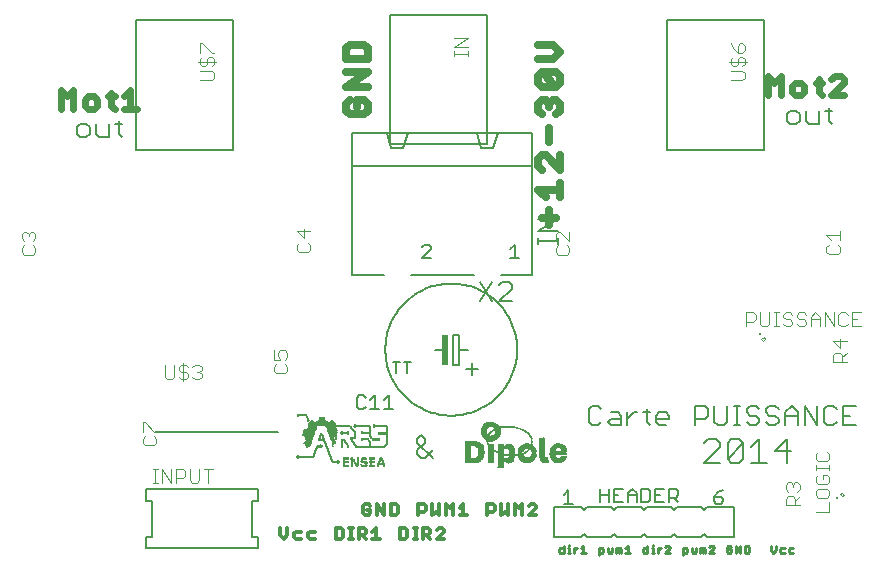
<source format=gto>
G75*
%MOIN*%
%OFA0B0*%
%FSLAX24Y24*%
%IPPOS*%
%LPD*%
%AMOC8*
5,1,8,0,0,1.08239X$1,22.5*
%
%ADD10C,0.0240*%
%ADD11C,0.0090*%
%ADD12C,0.0140*%
%ADD13C,0.0280*%
%ADD14C,0.0060*%
%ADD15R,0.0012X0.0004*%
%ADD16R,0.0008X0.0004*%
%ADD17R,0.0012X0.0004*%
%ADD18R,0.0004X0.0004*%
%ADD19R,0.0024X0.0004*%
%ADD20R,0.0188X0.0004*%
%ADD21R,0.0188X0.0004*%
%ADD22R,0.0180X0.0004*%
%ADD23R,0.0184X0.0004*%
%ADD24R,0.0192X0.0004*%
%ADD25R,0.0184X0.0004*%
%ADD26R,0.0096X0.0004*%
%ADD27R,0.0032X0.0004*%
%ADD28R,0.0016X0.0004*%
%ADD29R,0.0004X0.0004*%
%ADD30R,0.0116X0.0004*%
%ADD31R,0.0316X0.0004*%
%ADD32R,0.0032X0.0004*%
%ADD33R,0.0044X0.0004*%
%ADD34R,0.0140X0.0004*%
%ADD35R,0.0080X0.0004*%
%ADD36R,0.0372X0.0004*%
%ADD37R,0.0168X0.0004*%
%ADD38R,0.0144X0.0004*%
%ADD39R,0.0008X0.0004*%
%ADD40R,0.0004X0.0004*%
%ADD41R,0.0088X0.0004*%
%ADD42R,0.0380X0.0004*%
%ADD43R,0.0172X0.0004*%
%ADD44R,0.0036X0.0004*%
%ADD45R,0.0076X0.0004*%
%ADD46R,0.0160X0.0004*%
%ADD47R,0.0396X0.0004*%
%ADD48R,0.0164X0.0004*%
%ADD49R,0.0412X0.0004*%
%ADD50R,0.0200X0.0004*%
%ADD51R,0.0220X0.0004*%
%ADD52R,0.0208X0.0004*%
%ADD53R,0.0428X0.0004*%
%ADD54R,0.0244X0.0004*%
%ADD55R,0.0232X0.0004*%
%ADD56R,0.0440X0.0004*%
%ADD57R,0.0228X0.0004*%
%ADD58R,0.0264X0.0004*%
%ADD59R,0.0256X0.0004*%
%ADD60R,0.0448X0.0004*%
%ADD61R,0.0272X0.0004*%
%ADD62R,0.0204X0.0004*%
%ADD63R,0.0276X0.0004*%
%ADD64R,0.0460X0.0004*%
%ADD65R,0.0296X0.0004*%
%ADD66R,0.0288X0.0004*%
%ADD67R,0.0468X0.0004*%
%ADD68R,0.0264X0.0004*%
%ADD69R,0.0312X0.0004*%
%ADD70R,0.0216X0.0004*%
%ADD71R,0.0472X0.0004*%
%ADD72R,0.0268X0.0004*%
%ADD73R,0.0324X0.0004*%
%ADD74R,0.0224X0.0004*%
%ADD75R,0.0480X0.0004*%
%ADD76R,0.0276X0.0004*%
%ADD77R,0.0336X0.0004*%
%ADD78R,0.0224X0.0004*%
%ADD79R,0.0324X0.0004*%
%ADD80R,0.0488X0.0004*%
%ADD81R,0.0348X0.0004*%
%ADD82R,0.0228X0.0004*%
%ADD83R,0.0344X0.0004*%
%ADD84R,0.0496X0.0004*%
%ADD85R,0.0364X0.0004*%
%ADD86R,0.0352X0.0004*%
%ADD87R,0.0504X0.0004*%
%ADD88R,0.0304X0.0004*%
%ADD89R,0.0372X0.0004*%
%ADD90R,0.0240X0.0004*%
%ADD91R,0.0360X0.0004*%
%ADD92R,0.0308X0.0004*%
%ADD93R,0.0388X0.0004*%
%ADD94R,0.0368X0.0004*%
%ADD95R,0.0512X0.0004*%
%ADD96R,0.0504X0.0004*%
%ADD97R,0.0392X0.0004*%
%ADD98R,0.0248X0.0004*%
%ADD99R,0.0376X0.0004*%
%ADD100R,0.0520X0.0004*%
%ADD101R,0.0256X0.0004*%
%ADD102R,0.0384X0.0004*%
%ADD103R,0.0528X0.0004*%
%ADD104R,0.0508X0.0004*%
%ADD105R,0.0416X0.0004*%
%ADD106R,0.0252X0.0004*%
%ADD107R,0.0400X0.0004*%
%ADD108R,0.0512X0.0004*%
%ADD109R,0.0420X0.0004*%
%ADD110R,0.0408X0.0004*%
%ADD111R,0.0536X0.0004*%
%ADD112R,0.0536X0.0004*%
%ADD113R,0.0416X0.0004*%
%ADD114R,0.0544X0.0004*%
%ADD115R,0.0264X0.0004*%
%ADD116R,0.0424X0.0004*%
%ADD117R,0.0548X0.0004*%
%ADD118R,0.0516X0.0004*%
%ADD119R,0.0456X0.0004*%
%ADD120R,0.0552X0.0004*%
%ADD121R,0.0272X0.0004*%
%ADD122R,0.0440X0.0004*%
%ADD123R,0.0556X0.0004*%
%ADD124R,0.0444X0.0004*%
%ADD125R,0.0560X0.0004*%
%ADD126R,0.0192X0.0004*%
%ADD127R,0.0528X0.0004*%
%ADD128R,0.0272X0.0004*%
%ADD129R,0.0448X0.0004*%
%ADD130R,0.0560X0.0004*%
%ADD131R,0.0524X0.0004*%
%ADD132R,0.0564X0.0004*%
%ADD133R,0.0492X0.0004*%
%ADD134R,0.0572X0.0004*%
%ADD135R,0.0532X0.0004*%
%ADD136R,0.0280X0.0004*%
%ADD137R,0.0464X0.0004*%
%ADD138R,0.0580X0.0004*%
%ADD139R,0.0532X0.0004*%
%ADD140R,0.0508X0.0004*%
%ADD141R,0.0284X0.0004*%
%ADD142R,0.0476X0.0004*%
%ADD143R,0.0580X0.0004*%
%ADD144R,0.0260X0.0004*%
%ADD145R,0.0480X0.0004*%
%ADD146R,0.0248X0.0004*%
%ADD147R,0.0284X0.0004*%
%ADD148R,0.0588X0.0004*%
%ADD149R,0.0232X0.0004*%
%ADD150R,0.0212X0.0004*%
%ADD151R,0.0196X0.0004*%
%ADD152R,0.0296X0.0004*%
%ADD153R,0.0220X0.0004*%
%ADD154R,0.0212X0.0004*%
%ADD155R,0.0540X0.0004*%
%ADD156R,0.0288X0.0004*%
%ADD157R,0.0208X0.0004*%
%ADD158R,0.0200X0.0004*%
%ADD159R,0.0196X0.0004*%
%ADD160R,0.0540X0.0004*%
%ADD161R,0.0212X0.0004*%
%ADD162R,0.0192X0.0004*%
%ADD163R,0.0204X0.0004*%
%ADD164R,0.0292X0.0004*%
%ADD165R,0.0244X0.0004*%
%ADD166R,0.0252X0.0004*%
%ADD167R,0.0184X0.0004*%
%ADD168R,0.0244X0.0004*%
%ADD169R,0.0192X0.0004*%
%ADD170R,0.0236X0.0004*%
%ADD171R,0.0048X0.0004*%
%ADD172R,0.0176X0.0004*%
%ADD173R,0.0204X0.0004*%
%ADD174R,0.0180X0.0004*%
%ADD175R,0.0172X0.0004*%
%ADD176R,0.0172X0.0004*%
%ADD177R,0.0224X0.0004*%
%ADD178R,0.0172X0.0004*%
%ADD179R,0.0184X0.0004*%
%ADD180R,0.0260X0.0004*%
%ADD181R,0.0168X0.0004*%
%ADD182R,0.0616X0.0004*%
%ADD183R,0.0468X0.0004*%
%ADD184R,0.0164X0.0004*%
%ADD185R,0.0012X0.0004*%
%ADD186R,0.0004X0.0004*%
%ADD187R,0.0332X0.0004*%
%ADD188R,0.0568X0.0004*%
%ADD189R,0.0164X0.0004*%
%ADD190R,0.0240X0.0004*%
%ADD191R,0.0564X0.0004*%
%ADD192R,0.0020X0.0004*%
%ADD193R,0.0216X0.0004*%
%ADD194R,0.0568X0.0004*%
%ADD195R,0.0068X0.0004*%
%ADD196R,0.0164X0.0004*%
%ADD197R,0.0060X0.0004*%
%ADD198R,0.0056X0.0004*%
%ADD199R,0.0060X0.0004*%
%ADD200R,0.0160X0.0004*%
%ADD201R,0.0052X0.0004*%
%ADD202R,0.0236X0.0004*%
%ADD203R,0.0048X0.0004*%
%ADD204R,0.0040X0.0004*%
%ADD205R,0.0556X0.0004*%
%ADD206R,0.0064X0.0004*%
%ADD207R,0.0040X0.0004*%
%ADD208R,0.0064X0.0004*%
%ADD209R,0.0052X0.0004*%
%ADD210R,0.0056X0.0004*%
%ADD211R,0.0044X0.0004*%
%ADD212R,0.0036X0.0004*%
%ADD213R,0.0212X0.0004*%
%ADD214R,0.0204X0.0004*%
%ADD215R,0.0176X0.0004*%
%ADD216R,0.0232X0.0004*%
%ADD217R,0.0532X0.0004*%
%ADD218R,0.0532X0.0004*%
%ADD219R,0.0524X0.0004*%
%ADD220R,0.0512X0.0004*%
%ADD221R,0.0524X0.0004*%
%ADD222R,0.0500X0.0004*%
%ADD223R,0.0484X0.0004*%
%ADD224R,0.0452X0.0004*%
%ADD225R,0.0516X0.0004*%
%ADD226R,0.0512X0.0004*%
%ADD227R,0.0336X0.0004*%
%ADD228R,0.0124X0.0004*%
%ADD229R,0.0504X0.0004*%
%ADD230R,0.0504X0.0004*%
%ADD231R,0.0412X0.0004*%
%ADD232R,0.0432X0.0004*%
%ADD233R,0.0304X0.0004*%
%ADD234R,0.0596X0.0004*%
%ADD235R,0.0596X0.0004*%
%ADD236R,0.0376X0.0004*%
%ADD237R,0.0356X0.0004*%
%ADD238R,0.0584X0.0004*%
%ADD239R,0.0584X0.0004*%
%ADD240R,0.0340X0.0004*%
%ADD241R,0.0576X0.0004*%
%ADD242R,0.0324X0.0004*%
%ADD243R,0.0292X0.0004*%
%ADD244R,0.0132X0.0004*%
%ADD245R,0.0152X0.0004*%
%ADD246R,0.0032X0.0004*%
%ADD247R,0.0128X0.0004*%
%ADD248R,0.0028X0.0004*%
%ADD249R,0.0544X0.0004*%
%ADD250R,0.0140X0.0004*%
%ADD251R,0.0012X0.0004*%
%ADD252R,0.0028X0.0004*%
%ADD253R,0.0116X0.0004*%
%ADD254R,0.0104X0.0004*%
%ADD255R,0.0492X0.0004*%
%ADD256R,0.0492X0.0004*%
%ADD257R,0.0032X0.0004*%
%ADD258R,0.0436X0.0004*%
%ADD259R,0.0024X0.0004*%
%ADD260R,0.0092X0.0004*%
%ADD261R,0.0020X0.0004*%
%ADD262R,0.0120X0.0004*%
%ADD263R,0.0268X0.0004*%
%ADD264R,0.0332X0.0004*%
%ADD265R,0.0384X0.0004*%
%ADD266R,0.0432X0.0004*%
%ADD267R,0.0452X0.0004*%
%ADD268R,0.0476X0.0004*%
%ADD269R,0.0484X0.0004*%
%ADD270R,0.0064X0.0004*%
%ADD271R,0.0520X0.0004*%
%ADD272R,0.0548X0.0004*%
%ADD273R,0.0552X0.0004*%
%ADD274R,0.0044X0.0004*%
%ADD275R,0.0044X0.0004*%
%ADD276R,0.0052X0.0004*%
%ADD277R,0.0072X0.0004*%
%ADD278R,0.0072X0.0004*%
%ADD279R,0.0084X0.0004*%
%ADD280R,0.0072X0.0004*%
%ADD281R,0.0084X0.0004*%
%ADD282R,0.0080X0.0004*%
%ADD283R,0.0100X0.0004*%
%ADD284R,0.0096X0.0004*%
%ADD285R,0.0108X0.0004*%
%ADD286R,0.0284X0.0004*%
%ADD287R,0.0124X0.0004*%
%ADD288R,0.0328X0.0004*%
%ADD289R,0.0136X0.0004*%
%ADD290R,0.0384X0.0004*%
%ADD291R,0.0152X0.0004*%
%ADD292R,0.0444X0.0004*%
%ADD293R,0.0388X0.0004*%
%ADD294R,0.0340X0.0004*%
%ADD295R,0.0252X0.0004*%
%ADD296R,0.0152X0.0004*%
%ADD297R,0.0088X0.0004*%
%ADD298R,0.0076X0.0004*%
%ADD299R,0.0092X0.0004*%
%ADD300R,0.0100X0.0004*%
%ADD301R,0.0072X0.0004*%
%ADD302R,0.0108X0.0004*%
%ADD303R,0.0104X0.0004*%
%ADD304R,0.0112X0.0004*%
%ADD305R,0.0016X0.0004*%
%ADD306R,0.0252X0.0004*%
%ADD307R,0.0132X0.0004*%
%ADD308R,0.0052X0.0004*%
%ADD309R,0.0156X0.0004*%
%ADD310R,0.0092X0.0004*%
%ADD311R,0.0156X0.0004*%
%ADD312R,0.0068X0.0004*%
%ADD313R,0.0144X0.0004*%
%ADD314R,0.0024X0.0004*%
%ADD315R,0.0128X0.0004*%
%ADD316R,0.0120X0.0004*%
%ADD317R,0.0136X0.0004*%
%ADD318R,0.0112X0.0004*%
%ADD319R,0.0148X0.0004*%
%ADD320R,0.0084X0.0004*%
%ADD321R,0.0544X0.0004*%
%ADD322R,0.0572X0.0004*%
%ADD323R,0.0572X0.0004*%
%ADD324R,0.0936X0.0004*%
%ADD325R,0.0952X0.0004*%
%ADD326R,0.0960X0.0004*%
%ADD327R,0.0968X0.0004*%
%ADD328R,0.0972X0.0004*%
%ADD329R,0.0976X0.0004*%
%ADD330R,0.0984X0.0004*%
%ADD331R,0.0992X0.0004*%
%ADD332R,0.0092X0.0004*%
%ADD333R,0.0996X0.0004*%
%ADD334R,0.1004X0.0004*%
%ADD335R,0.0132X0.0004*%
%ADD336R,0.0144X0.0004*%
%ADD337R,0.0124X0.0004*%
%ADD338R,0.0224X0.0004*%
%ADD339R,0.0280X0.0004*%
%ADD340R,0.0104X0.0004*%
%ADD341R,0.0232X0.0004*%
%ADD342R,0.0104X0.0004*%
%ADD343R,0.0292X0.0004*%
%ADD344R,0.0244X0.0004*%
%ADD345R,0.0312X0.0004*%
%ADD346R,0.0392X0.0004*%
%ADD347R,0.0392X0.0004*%
%ADD348R,0.0344X0.0004*%
%ADD349R,0.0400X0.0004*%
%ADD350R,0.0344X0.0004*%
%ADD351R,0.0404X0.0004*%
%ADD352R,0.0348X0.0004*%
%ADD353R,0.0404X0.0004*%
%ADD354R,0.0300X0.0004*%
%ADD355R,0.0408X0.0004*%
%ADD356R,0.0332X0.0004*%
%ADD357R,0.0412X0.0004*%
%ADD358R,0.0132X0.0004*%
%ADD359R,0.0412X0.0004*%
%ADD360R,0.0112X0.0004*%
%ADD361R,0.0084X0.0004*%
%ADD362R,0.0124X0.0004*%
%ADD363R,0.0308X0.0004*%
%ADD364R,0.0152X0.0004*%
%ADD365R,0.0304X0.0004*%
%ADD366R,0.0320X0.0004*%
%ADD367R,0.0488X0.0004*%
%ADD368R,0.0312X0.0004*%
%ADD369R,0.0316X0.0004*%
%ADD370R,0.0492X0.0004*%
%ADD371R,0.0332X0.0004*%
%ADD372R,0.0344X0.0004*%
%ADD373R,0.0472X0.0004*%
%ADD374R,0.0464X0.0004*%
%ADD375R,0.0900X0.0004*%
%ADD376R,0.0908X0.0004*%
%ADD377R,0.0912X0.0004*%
%ADD378R,0.0920X0.0004*%
%ADD379R,0.0920X0.0004*%
%ADD380R,0.0924X0.0004*%
%ADD381R,0.0928X0.0004*%
%ADD382R,0.0932X0.0004*%
%ADD383R,0.0940X0.0004*%
%ADD384R,0.0940X0.0004*%
%ADD385R,0.0944X0.0004*%
%ADD386R,0.0948X0.0004*%
%ADD387R,0.0952X0.0004*%
%ADD388R,0.0948X0.0004*%
%ADD389R,0.0944X0.0004*%
%ADD390R,0.0912X0.0004*%
%ADD391R,0.0892X0.0004*%
%ADD392R,0.0884X0.0004*%
%ADD393R,0.0876X0.0004*%
%ADD394R,0.0868X0.0004*%
%ADD395R,0.0428X0.0004*%
%ADD396R,0.0024X0.0004*%
%ADD397C,0.0070*%
%ADD398C,0.0040*%
%ADD399C,0.0025*%
%ADD400C,0.0098*%
%ADD401C,0.0050*%
%ADD402R,0.0200X0.1000*%
%ADD403C,0.0080*%
D10*
X007943Y018492D02*
X007943Y019112D01*
X008150Y018906D01*
X008357Y019112D01*
X008357Y018492D01*
X008735Y018595D02*
X008838Y018492D01*
X009045Y018492D01*
X009148Y018595D01*
X009148Y018802D01*
X009045Y018906D01*
X008838Y018906D01*
X008735Y018802D01*
X008735Y018595D01*
X009527Y018906D02*
X009733Y018906D01*
X009630Y019009D02*
X009630Y018595D01*
X009733Y018492D01*
X010055Y018492D02*
X010468Y018492D01*
X010261Y018492D02*
X010261Y019112D01*
X010055Y018906D01*
X031520Y018954D02*
X031520Y019574D01*
X031727Y019367D01*
X031934Y019574D01*
X031934Y018954D01*
X032312Y019057D02*
X032312Y019264D01*
X032416Y019367D01*
X032623Y019367D01*
X032726Y019264D01*
X032726Y019057D01*
X032623Y018954D01*
X032416Y018954D01*
X032312Y019057D01*
X033104Y019367D02*
X033311Y019367D01*
X033208Y019471D02*
X033208Y019057D01*
X033311Y018954D01*
X033632Y018954D02*
X034046Y019367D01*
X034046Y019471D01*
X033942Y019574D01*
X033736Y019574D01*
X033632Y019471D01*
X033632Y018954D02*
X034046Y018954D01*
D11*
X031772Y003925D02*
X031772Y003772D01*
X031695Y003695D01*
X031618Y003772D01*
X031618Y003925D01*
X031913Y003810D02*
X031913Y003733D01*
X031951Y003695D01*
X032066Y003695D01*
X032207Y003733D02*
X032246Y003695D01*
X032361Y003695D01*
X032361Y003849D02*
X032246Y003849D01*
X032207Y003810D01*
X032207Y003733D01*
X032066Y003849D02*
X031951Y003849D01*
X031913Y003810D01*
X030888Y003733D02*
X030849Y003695D01*
X030734Y003695D01*
X030734Y003925D01*
X030849Y003925D01*
X030888Y003887D01*
X030888Y003733D01*
X030593Y003695D02*
X030440Y003925D01*
X030440Y003695D01*
X030298Y003733D02*
X030260Y003695D01*
X030183Y003695D01*
X030145Y003733D01*
X030145Y003887D01*
X030183Y003925D01*
X030260Y003925D01*
X030298Y003887D01*
X030298Y003810D02*
X030222Y003810D01*
X030298Y003810D02*
X030298Y003733D01*
X030593Y003695D02*
X030593Y003925D01*
X029709Y003887D02*
X029671Y003925D01*
X029594Y003925D01*
X029556Y003887D01*
X029709Y003887D02*
X029709Y003849D01*
X029556Y003695D01*
X029709Y003695D01*
X029414Y003695D02*
X029414Y003810D01*
X029376Y003849D01*
X029338Y003810D01*
X029338Y003695D01*
X029261Y003695D02*
X029261Y003849D01*
X029299Y003849D01*
X029338Y003810D01*
X029120Y003849D02*
X029120Y003733D01*
X029081Y003695D01*
X029043Y003733D01*
X029005Y003695D01*
X028966Y003733D01*
X028966Y003849D01*
X028825Y003810D02*
X028825Y003733D01*
X028787Y003695D01*
X028672Y003695D01*
X028672Y003618D02*
X028672Y003849D01*
X028787Y003849D01*
X028825Y003810D01*
X028236Y003849D02*
X028082Y003695D01*
X028236Y003695D01*
X028236Y003849D02*
X028236Y003887D01*
X028197Y003925D01*
X028121Y003925D01*
X028082Y003887D01*
X027952Y003849D02*
X027914Y003849D01*
X027837Y003772D01*
X027837Y003695D02*
X027837Y003849D01*
X027679Y003849D02*
X027679Y003695D01*
X027717Y003695D02*
X027640Y003695D01*
X027499Y003695D02*
X027384Y003695D01*
X027346Y003733D01*
X027346Y003810D01*
X027384Y003849D01*
X027499Y003849D01*
X027499Y003925D02*
X027499Y003695D01*
X027640Y003849D02*
X027679Y003849D01*
X027679Y003925D02*
X027679Y003964D01*
X026910Y003695D02*
X026756Y003695D01*
X026833Y003695D02*
X026833Y003925D01*
X026756Y003849D01*
X026615Y003810D02*
X026615Y003695D01*
X026538Y003695D02*
X026538Y003810D01*
X026577Y003849D01*
X026615Y003810D01*
X026538Y003810D02*
X026500Y003849D01*
X026462Y003849D01*
X026462Y003695D01*
X026321Y003733D02*
X026282Y003695D01*
X026244Y003733D01*
X026205Y003695D01*
X026167Y003733D01*
X026167Y003849D01*
X026026Y003810D02*
X026026Y003733D01*
X025988Y003695D01*
X025872Y003695D01*
X025872Y003618D02*
X025872Y003849D01*
X025988Y003849D01*
X026026Y003810D01*
X026321Y003849D02*
X026321Y003733D01*
X025437Y003695D02*
X025283Y003695D01*
X025360Y003695D02*
X025360Y003925D01*
X025283Y003849D01*
X025153Y003849D02*
X025114Y003849D01*
X025038Y003772D01*
X025038Y003695D02*
X025038Y003849D01*
X024880Y003849D02*
X024880Y003695D01*
X024918Y003695D02*
X024841Y003695D01*
X024700Y003695D02*
X024585Y003695D01*
X024547Y003733D01*
X024547Y003810D01*
X024585Y003849D01*
X024700Y003849D01*
X024700Y003925D02*
X024700Y003695D01*
X024841Y003849D02*
X024880Y003849D01*
X024880Y003925D02*
X024880Y003964D01*
D12*
X023786Y004950D02*
X023546Y004950D01*
X023786Y005190D01*
X023786Y005250D01*
X023726Y005310D01*
X023606Y005310D01*
X023546Y005250D01*
X023326Y005310D02*
X023205Y005190D01*
X023085Y005310D01*
X023085Y004950D01*
X022865Y004950D02*
X022745Y005070D01*
X022625Y004950D01*
X022625Y005310D01*
X022405Y005250D02*
X022405Y005130D01*
X022345Y005070D01*
X022165Y005070D01*
X022165Y004950D02*
X022165Y005310D01*
X022345Y005310D01*
X022405Y005250D01*
X022865Y005310D02*
X022865Y004950D01*
X023326Y004950D02*
X023326Y005310D01*
X021484Y004950D02*
X021244Y004950D01*
X021364Y004950D02*
X021364Y005310D01*
X021244Y005190D01*
X021024Y005310D02*
X021024Y004950D01*
X020783Y004950D02*
X020783Y005310D01*
X020903Y005190D01*
X021024Y005310D01*
X020563Y005310D02*
X020563Y004950D01*
X020443Y005070D01*
X020323Y004950D01*
X020323Y005310D01*
X020103Y005250D02*
X020103Y005130D01*
X020043Y005070D01*
X019863Y005070D01*
X019863Y004950D02*
X019863Y005310D01*
X020043Y005310D01*
X020103Y005250D01*
X019182Y005250D02*
X019182Y005010D01*
X019122Y004950D01*
X018942Y004950D01*
X018942Y005310D01*
X019122Y005310D01*
X019182Y005250D01*
X018722Y005310D02*
X018722Y004950D01*
X018481Y005310D01*
X018481Y004950D01*
X018261Y005010D02*
X018261Y005130D01*
X018141Y005130D01*
X018021Y005010D02*
X018081Y004950D01*
X018201Y004950D01*
X018261Y005010D01*
X018021Y005010D02*
X018021Y005250D01*
X018081Y005310D01*
X018201Y005310D01*
X018261Y005250D01*
X018448Y004520D02*
X018328Y004400D01*
X018448Y004520D02*
X018448Y004160D01*
X018328Y004160D02*
X018568Y004160D01*
X018108Y004160D02*
X017988Y004280D01*
X018048Y004280D02*
X017868Y004280D01*
X017868Y004160D02*
X017868Y004520D01*
X018048Y004520D01*
X018108Y004460D01*
X018108Y004340D01*
X018048Y004280D01*
X017681Y004160D02*
X017561Y004160D01*
X017621Y004160D02*
X017621Y004520D01*
X017561Y004520D02*
X017681Y004520D01*
X017340Y004460D02*
X017340Y004220D01*
X017280Y004160D01*
X017100Y004160D01*
X017100Y004520D01*
X017280Y004520D01*
X017340Y004460D01*
X016420Y004400D02*
X016239Y004400D01*
X016179Y004340D01*
X016179Y004220D01*
X016239Y004160D01*
X016420Y004160D01*
X015959Y004160D02*
X015779Y004160D01*
X015719Y004220D01*
X015719Y004340D01*
X015779Y004400D01*
X015959Y004400D01*
X015499Y004280D02*
X015499Y004520D01*
X015499Y004280D02*
X015379Y004160D01*
X015259Y004280D01*
X015259Y004520D01*
X019249Y004520D02*
X019249Y004160D01*
X019429Y004160D01*
X019489Y004220D01*
X019489Y004460D01*
X019429Y004520D01*
X019249Y004520D01*
X019709Y004520D02*
X019829Y004520D01*
X019769Y004520D02*
X019769Y004160D01*
X019709Y004160D02*
X019829Y004160D01*
X020016Y004160D02*
X020016Y004520D01*
X020196Y004520D01*
X020256Y004460D01*
X020256Y004340D01*
X020196Y004280D01*
X020016Y004280D01*
X020136Y004280D02*
X020256Y004160D01*
X020476Y004160D02*
X020717Y004400D01*
X020717Y004460D01*
X020657Y004520D01*
X020536Y004520D01*
X020476Y004460D01*
X020476Y004160D02*
X020717Y004160D01*
D13*
X024224Y014626D02*
X024224Y015107D01*
X023984Y014866D02*
X024465Y014866D01*
X024585Y015547D02*
X024585Y016027D01*
X024585Y015787D02*
X023864Y015787D01*
X024104Y015547D01*
X023984Y016468D02*
X023864Y016588D01*
X023864Y016828D01*
X023984Y016948D01*
X024104Y016948D01*
X024585Y016468D01*
X024585Y016948D01*
X024224Y017389D02*
X024224Y017869D01*
X023984Y018309D02*
X023864Y018429D01*
X023864Y018670D01*
X023984Y018790D01*
X024104Y018790D01*
X024224Y018670D01*
X024345Y018790D01*
X024465Y018790D01*
X024585Y018670D01*
X024585Y018429D01*
X024465Y018309D01*
X024224Y018550D02*
X024224Y018670D01*
X023984Y019230D02*
X023864Y019350D01*
X023864Y019590D01*
X023984Y019711D01*
X024465Y019230D01*
X024585Y019350D01*
X024585Y019590D01*
X024465Y019711D01*
X023984Y019711D01*
X023864Y020151D02*
X024345Y020151D01*
X024585Y020391D01*
X024345Y020631D01*
X023864Y020631D01*
X023984Y019230D02*
X024465Y019230D01*
X018180Y019226D02*
X017460Y019226D01*
X018180Y019706D01*
X017460Y019706D01*
X017460Y020147D02*
X017460Y020507D01*
X017580Y020627D01*
X018060Y020627D01*
X018180Y020507D01*
X018180Y020147D01*
X017460Y020147D01*
X017580Y018786D02*
X017460Y018665D01*
X017460Y018425D01*
X017580Y018305D01*
X018060Y018305D01*
X018180Y018425D01*
X018180Y018665D01*
X018060Y018786D01*
X017820Y018786D01*
X017820Y018545D01*
D14*
X017661Y017694D02*
X023661Y017694D01*
X023661Y016594D01*
X017661Y016594D01*
X017661Y017694D01*
X018811Y017694D02*
X018961Y017194D01*
X019361Y017194D01*
X019511Y017694D01*
X017661Y016594D02*
X017661Y012944D01*
X018711Y012944D01*
X019611Y012944D02*
X021711Y012944D01*
X022611Y012944D02*
X023661Y012944D01*
X023661Y016594D01*
X022361Y017194D02*
X022511Y017694D01*
X022361Y017194D02*
X021961Y017194D01*
X021811Y017694D01*
X023861Y014837D02*
X024502Y014837D01*
X023861Y014410D01*
X024502Y014410D01*
X024502Y014194D02*
X024502Y013981D01*
X024502Y014087D02*
X023861Y014087D01*
X023861Y013981D02*
X023861Y014194D01*
X021208Y010968D02*
X021008Y010968D01*
X021008Y009968D01*
X021208Y009968D01*
X021208Y010468D01*
X021208Y010968D01*
X021208Y010468D02*
X021508Y010468D01*
X018758Y010468D02*
X018760Y010561D01*
X018766Y010655D01*
X018776Y010747D01*
X018790Y010840D01*
X018807Y010931D01*
X018829Y011022D01*
X018854Y011112D01*
X018884Y011201D01*
X018917Y011288D01*
X018953Y011374D01*
X018994Y011458D01*
X019037Y011541D01*
X019085Y011621D01*
X019135Y011700D01*
X019189Y011776D01*
X019246Y011850D01*
X019307Y011921D01*
X019370Y011990D01*
X019436Y012056D01*
X019505Y012119D01*
X019576Y012180D01*
X019650Y012237D01*
X019726Y012291D01*
X019805Y012341D01*
X019885Y012389D01*
X019968Y012432D01*
X020052Y012473D01*
X020138Y012509D01*
X020225Y012542D01*
X020314Y012572D01*
X020404Y012597D01*
X020495Y012619D01*
X020586Y012636D01*
X020679Y012650D01*
X020771Y012660D01*
X020865Y012666D01*
X020958Y012668D01*
X021051Y012666D01*
X021145Y012660D01*
X021237Y012650D01*
X021330Y012636D01*
X021421Y012619D01*
X021512Y012597D01*
X021602Y012572D01*
X021691Y012542D01*
X021778Y012509D01*
X021864Y012473D01*
X021948Y012432D01*
X022031Y012389D01*
X022111Y012341D01*
X022190Y012291D01*
X022266Y012237D01*
X022340Y012180D01*
X022411Y012119D01*
X022480Y012056D01*
X022546Y011990D01*
X022609Y011921D01*
X022670Y011850D01*
X022727Y011776D01*
X022781Y011700D01*
X022831Y011621D01*
X022879Y011541D01*
X022922Y011458D01*
X022963Y011374D01*
X022999Y011288D01*
X023032Y011201D01*
X023062Y011112D01*
X023087Y011022D01*
X023109Y010931D01*
X023126Y010840D01*
X023140Y010747D01*
X023150Y010655D01*
X023156Y010561D01*
X023158Y010468D01*
X023156Y010375D01*
X023150Y010281D01*
X023140Y010189D01*
X023126Y010096D01*
X023109Y010005D01*
X023087Y009914D01*
X023062Y009824D01*
X023032Y009735D01*
X022999Y009648D01*
X022963Y009562D01*
X022922Y009478D01*
X022879Y009395D01*
X022831Y009315D01*
X022781Y009236D01*
X022727Y009160D01*
X022670Y009086D01*
X022609Y009015D01*
X022546Y008946D01*
X022480Y008880D01*
X022411Y008817D01*
X022340Y008756D01*
X022266Y008699D01*
X022190Y008645D01*
X022111Y008595D01*
X022031Y008547D01*
X021948Y008504D01*
X021864Y008463D01*
X021778Y008427D01*
X021691Y008394D01*
X021602Y008364D01*
X021512Y008339D01*
X021421Y008317D01*
X021330Y008300D01*
X021237Y008286D01*
X021145Y008276D01*
X021051Y008270D01*
X020958Y008268D01*
X020865Y008270D01*
X020771Y008276D01*
X020679Y008286D01*
X020586Y008300D01*
X020495Y008317D01*
X020404Y008339D01*
X020314Y008364D01*
X020225Y008394D01*
X020138Y008427D01*
X020052Y008463D01*
X019968Y008504D01*
X019885Y008547D01*
X019805Y008595D01*
X019726Y008645D01*
X019650Y008699D01*
X019576Y008756D01*
X019505Y008817D01*
X019436Y008880D01*
X019370Y008946D01*
X019307Y009015D01*
X019246Y009086D01*
X019189Y009160D01*
X019135Y009236D01*
X019085Y009315D01*
X019037Y009395D01*
X018994Y009478D01*
X018953Y009562D01*
X018917Y009648D01*
X018884Y009735D01*
X018854Y009824D01*
X018829Y009914D01*
X018807Y010005D01*
X018790Y010096D01*
X018776Y010189D01*
X018766Y010281D01*
X018760Y010375D01*
X018758Y010468D01*
X020408Y010468D02*
X020708Y010468D01*
X021458Y009818D02*
X021858Y009818D01*
X021658Y009618D02*
X021658Y010018D01*
X025536Y008482D02*
X025536Y008054D01*
X025643Y007948D01*
X025857Y007948D01*
X025963Y008054D01*
X026181Y008054D02*
X026288Y008161D01*
X026608Y008161D01*
X026608Y008268D02*
X026608Y007948D01*
X026288Y007948D01*
X026181Y008054D01*
X026288Y008375D02*
X026501Y008375D01*
X026608Y008268D01*
X026825Y008375D02*
X026825Y007948D01*
X026825Y008161D02*
X027039Y008375D01*
X027146Y008375D01*
X027363Y008375D02*
X027576Y008375D01*
X027469Y008482D02*
X027469Y008054D01*
X027576Y007948D01*
X027792Y008054D02*
X027792Y008268D01*
X027899Y008375D01*
X028113Y008375D01*
X028219Y008268D01*
X028219Y008161D01*
X027792Y008161D01*
X027792Y008054D02*
X027899Y007948D01*
X028113Y007948D01*
X029081Y007948D02*
X029081Y008588D01*
X029402Y008588D01*
X029508Y008482D01*
X029508Y008268D01*
X029402Y008161D01*
X029081Y008161D01*
X029726Y008054D02*
X029726Y008588D01*
X030153Y008588D02*
X030153Y008054D01*
X030046Y007948D01*
X029833Y007948D01*
X029726Y008054D01*
X030370Y007948D02*
X030584Y007948D01*
X030477Y007948D02*
X030477Y008588D01*
X030370Y008588D02*
X030584Y008588D01*
X030800Y008482D02*
X030800Y008375D01*
X030907Y008268D01*
X031120Y008268D01*
X031227Y008161D01*
X031227Y008054D01*
X031120Y007948D01*
X030907Y007948D01*
X030800Y008054D01*
X030800Y008482D02*
X030907Y008588D01*
X031120Y008588D01*
X031227Y008482D01*
X031445Y008482D02*
X031551Y008588D01*
X031765Y008588D01*
X031872Y008482D01*
X031765Y008268D02*
X031551Y008268D01*
X031445Y008375D01*
X031445Y008482D01*
X031765Y008268D02*
X031872Y008161D01*
X031872Y008054D01*
X031765Y007948D01*
X031551Y007948D01*
X031445Y008054D01*
X032089Y007948D02*
X032089Y008375D01*
X032303Y008588D01*
X032516Y008375D01*
X032516Y007948D01*
X032734Y007948D02*
X032734Y008588D01*
X033161Y007948D01*
X033161Y008588D01*
X033378Y008482D02*
X033378Y008054D01*
X033485Y007948D01*
X033699Y007948D01*
X033805Y008054D01*
X034023Y007948D02*
X034450Y007948D01*
X034236Y008268D02*
X034023Y008268D01*
X033805Y008482D02*
X033699Y008588D01*
X033485Y008588D01*
X033378Y008482D01*
X034023Y008588D02*
X034023Y007948D01*
X034023Y008588D02*
X034450Y008588D01*
X032516Y008268D02*
X032089Y008268D01*
X030389Y005204D02*
X029489Y005204D01*
X029389Y005104D01*
X029289Y005204D01*
X028489Y005204D01*
X028389Y005104D01*
X028289Y005204D01*
X027489Y005204D01*
X027389Y005104D01*
X027289Y005204D01*
X026489Y005204D01*
X026389Y005104D01*
X026289Y005204D01*
X025489Y005204D01*
X025389Y005104D01*
X025289Y005204D01*
X024389Y005204D01*
X024389Y004204D01*
X025289Y004204D01*
X025389Y004304D01*
X025489Y004204D01*
X026289Y004204D01*
X026389Y004304D01*
X026489Y004204D01*
X027289Y004204D01*
X027389Y004304D01*
X027489Y004204D01*
X028289Y004204D01*
X028389Y004304D01*
X028489Y004204D01*
X029289Y004204D01*
X029389Y004304D01*
X029489Y004204D01*
X030389Y004204D01*
X030389Y005204D01*
X025963Y008482D02*
X025857Y008588D01*
X025643Y008588D01*
X025536Y008482D01*
X032248Y017997D02*
X032142Y018103D01*
X032142Y018317D01*
X032248Y018424D01*
X032462Y018424D01*
X032569Y018317D01*
X032569Y018103D01*
X032462Y017997D01*
X032248Y017997D01*
X032786Y018103D02*
X032786Y018424D01*
X032786Y018103D02*
X032893Y017997D01*
X033213Y017997D01*
X033213Y018424D01*
X033431Y018424D02*
X033644Y018424D01*
X033537Y018530D02*
X033537Y018103D01*
X033644Y017997D01*
X009976Y017984D02*
X009763Y017984D01*
X009869Y018090D02*
X009869Y017663D01*
X009976Y017557D01*
X009545Y017557D02*
X009545Y017984D01*
X009118Y017984D02*
X009118Y017663D01*
X009225Y017557D01*
X009545Y017557D01*
X008901Y017663D02*
X008901Y017877D01*
X008794Y017984D01*
X008580Y017984D01*
X008474Y017877D01*
X008474Y017663D01*
X008580Y017557D01*
X008794Y017557D01*
X008901Y017663D01*
D15*
X016308Y008083D03*
X017032Y007235D03*
X017032Y007231D03*
X021708Y007239D03*
X022528Y006527D03*
X024728Y006887D03*
D16*
X024742Y006887D03*
X024758Y006887D03*
X024714Y006887D03*
X024646Y006887D03*
X024634Y006887D03*
X024618Y007067D03*
X024522Y007067D03*
X024486Y007307D03*
X024098Y006687D03*
X023542Y006679D03*
X023514Y006675D03*
X023498Y006675D03*
X023486Y006675D03*
X023470Y006675D03*
X023446Y006679D03*
X023142Y006955D03*
X023114Y006951D03*
X023086Y006947D03*
X022866Y006947D03*
X022838Y006951D03*
X022810Y006955D03*
X022854Y006919D03*
X022802Y006807D03*
X022346Y006679D03*
X022262Y006679D03*
X022250Y006679D03*
X022546Y006527D03*
X022562Y006527D03*
X022590Y006527D03*
X022618Y006527D03*
X022630Y006527D03*
X022674Y006527D03*
X021762Y006679D03*
X021750Y006679D03*
X021706Y006675D03*
X021678Y006675D03*
X021626Y006675D03*
X021610Y006675D03*
X021598Y006675D03*
X021582Y006675D03*
X021570Y006675D03*
X021526Y006675D03*
X021514Y006675D03*
X021498Y006675D03*
X021486Y006675D03*
X021638Y007239D03*
X022138Y007435D03*
X022246Y007399D03*
X022298Y007395D03*
X022290Y007279D03*
X022246Y007279D03*
X022262Y007879D03*
X022642Y007879D03*
X022698Y007887D03*
X022710Y007887D03*
X022702Y007859D03*
X022802Y007867D03*
X022814Y007867D03*
X022826Y007867D03*
X022854Y007867D03*
X022850Y007895D03*
X022878Y007895D03*
X022934Y007891D03*
X022946Y007891D03*
X022990Y007887D03*
X022978Y007859D03*
X023006Y007855D03*
X023142Y007827D03*
X023514Y007311D03*
X017942Y006623D03*
X017034Y007223D03*
X017034Y007227D03*
X016970Y007807D03*
X016986Y008083D03*
X016194Y008055D03*
X016146Y007175D03*
D17*
X016624Y007271D03*
X018140Y006775D03*
X021640Y006675D03*
X022280Y006679D03*
X022376Y006679D03*
X022576Y006527D03*
X022604Y006527D03*
X022660Y006527D03*
X022760Y006935D03*
X022260Y007279D03*
X022864Y007895D03*
D18*
X022868Y007867D03*
X022812Y007895D03*
X022712Y007859D03*
X022656Y007851D03*
X022612Y007875D03*
X022272Y007879D03*
X022152Y008027D03*
X022332Y007571D03*
X022348Y007575D03*
X022328Y007399D03*
X022284Y007395D03*
X022276Y007279D03*
X021668Y007387D03*
X021572Y007387D03*
X021648Y007239D03*
X021752Y006831D03*
X021736Y006827D03*
X021732Y006675D03*
X021692Y006675D03*
X021876Y006707D03*
X022236Y006679D03*
X022644Y006527D03*
X022872Y006667D03*
X022884Y006667D03*
X022832Y006815D03*
X023088Y006919D03*
X023372Y006971D03*
X023404Y007019D03*
X023512Y007147D03*
X023476Y007311D03*
X024048Y007507D03*
X024432Y007295D03*
X024444Y007299D03*
X024572Y007307D03*
X024552Y007067D03*
X024536Y007067D03*
X024508Y007067D03*
X024604Y007067D03*
X024664Y006887D03*
X024676Y006887D03*
X024772Y006887D03*
X024728Y006747D03*
X024652Y006699D03*
X023612Y006695D03*
X023596Y006691D03*
X023552Y006679D03*
X023516Y006839D03*
X023504Y006839D03*
X023488Y006839D03*
X022792Y007155D03*
X022964Y007891D03*
X021468Y006675D03*
X017036Y007215D03*
X016968Y007811D03*
D19*
X016974Y007795D03*
X017066Y007427D03*
X017066Y007423D03*
X017066Y007415D03*
X017026Y007271D03*
X017026Y007267D03*
X017026Y007263D03*
X017326Y007175D03*
X017526Y007175D03*
X017994Y007411D03*
X018398Y007851D03*
X016198Y008063D03*
X022166Y007395D03*
X022166Y007387D03*
X022334Y007279D03*
X022362Y007279D03*
X023494Y007311D03*
X023662Y007327D03*
X023662Y007331D03*
X023662Y007335D03*
X023666Y007339D03*
X023666Y007367D03*
X023662Y007415D03*
X023658Y007431D03*
X022694Y006527D03*
D20*
X022616Y006531D03*
X022616Y006535D03*
X022616Y006539D03*
X022616Y006551D03*
X022616Y006555D03*
X022616Y006559D03*
X022616Y006567D03*
X022616Y006571D03*
X022616Y006579D03*
X022616Y006591D03*
X022616Y006595D03*
X022616Y006607D03*
X022616Y006611D03*
X022612Y006615D03*
X022616Y006619D03*
X022616Y006627D03*
X022616Y006635D03*
X022616Y006639D03*
X022616Y006647D03*
X022616Y006651D03*
X022616Y006655D03*
X022616Y006659D03*
X022616Y006667D03*
X022612Y006671D03*
X022616Y006675D03*
X022616Y006679D03*
X022616Y006687D03*
X022616Y006691D03*
X022612Y006699D03*
X022616Y006707D03*
X022616Y006715D03*
X022616Y006719D03*
X022616Y006731D03*
X022616Y006735D03*
X022616Y006855D03*
X022616Y006859D03*
X022616Y006867D03*
X022616Y006871D03*
X022616Y006895D03*
X022612Y006907D03*
X022612Y006919D03*
X022616Y006927D03*
X022612Y006931D03*
X022612Y006935D03*
X022616Y006939D03*
X022612Y006975D03*
X022616Y006979D03*
X022612Y006991D03*
X022612Y006999D03*
X022612Y007011D03*
X022612Y007047D03*
X022616Y007051D03*
X022612Y007059D03*
X022612Y007067D03*
X022612Y007071D03*
X022612Y007087D03*
X022612Y007095D03*
X022612Y007099D03*
X022612Y007227D03*
X022612Y007231D03*
X022612Y007235D03*
X022612Y007239D03*
X022612Y007251D03*
X022612Y007255D03*
X022612Y007259D03*
X022612Y007267D03*
X022612Y007271D03*
X022612Y007275D03*
X022284Y007271D03*
X022284Y007267D03*
X022284Y007259D03*
X022284Y007255D03*
X022284Y007251D03*
X022284Y007247D03*
X022284Y007239D03*
X022284Y007231D03*
X022284Y007227D03*
X022284Y007219D03*
X022284Y007215D03*
X022284Y007211D03*
X022284Y007199D03*
X022284Y007195D03*
X022284Y007191D03*
X022284Y007187D03*
X022284Y007175D03*
X022284Y007171D03*
X022284Y007167D03*
X022284Y007159D03*
X022284Y007155D03*
X022284Y007147D03*
X022284Y007135D03*
X022284Y007131D03*
X022284Y007127D03*
X022284Y007079D03*
X022284Y007075D03*
X022284Y007071D03*
X022284Y007067D03*
X022284Y007059D03*
X022288Y007055D03*
X022284Y007051D03*
X022284Y007047D03*
X022284Y007039D03*
X022284Y007035D03*
X022284Y007031D03*
X022284Y007019D03*
X022284Y007011D03*
X022284Y007007D03*
X022284Y006999D03*
X022284Y006995D03*
X022284Y006991D03*
X022284Y006979D03*
X022284Y006967D03*
X022284Y006955D03*
X022284Y006951D03*
X022288Y006947D03*
X022284Y006939D03*
X022284Y006927D03*
X022288Y006915D03*
X022284Y006911D03*
X022284Y006899D03*
X022284Y006895D03*
X022288Y006875D03*
X022284Y006871D03*
X022284Y006867D03*
X022284Y006855D03*
X022288Y006851D03*
X022288Y006847D03*
X022284Y006831D03*
X022284Y006827D03*
X022288Y006819D03*
X022284Y006815D03*
X022284Y006799D03*
X022288Y006791D03*
X022284Y006787D03*
X022288Y006779D03*
X022284Y006775D03*
X022284Y006771D03*
X022284Y006759D03*
X022288Y006755D03*
X022288Y006751D03*
X022284Y006747D03*
X022288Y006735D03*
X022284Y006731D03*
X022284Y006719D03*
X022288Y006707D03*
X022288Y006695D03*
X022284Y006691D03*
X022288Y006687D03*
X022980Y006951D03*
X022980Y007027D03*
X023288Y007099D03*
X023292Y007107D03*
X023288Y006887D03*
X023496Y006691D03*
X023992Y006867D03*
X023992Y006875D03*
X023992Y006887D03*
X023988Y006907D03*
X023988Y006911D03*
X023992Y006915D03*
X023988Y006927D03*
X023992Y006931D03*
X023988Y006939D03*
X023988Y006951D03*
X023988Y006955D03*
X023992Y006959D03*
X023988Y006967D03*
X023988Y006979D03*
X023988Y006999D03*
X023988Y007007D03*
X023988Y007019D03*
X023988Y007031D03*
X023988Y007035D03*
X023988Y007047D03*
X023988Y007051D03*
X023992Y007055D03*
X023988Y007075D03*
X023988Y007079D03*
X023988Y007087D03*
X023988Y007091D03*
X023988Y007095D03*
X023988Y007099D03*
X023988Y007107D03*
X023988Y007111D03*
X023988Y007115D03*
X023988Y007119D03*
X023988Y007127D03*
X023988Y007131D03*
X023988Y007135D03*
X023988Y007147D03*
X023988Y007155D03*
X023988Y007159D03*
X023988Y007171D03*
X023988Y007175D03*
X023988Y007187D03*
X023988Y007191D03*
X023988Y007195D03*
X023988Y007199D03*
X023988Y007207D03*
X023988Y007211D03*
X023988Y007215D03*
X023988Y007219D03*
X023988Y007227D03*
X023988Y007231D03*
X023988Y007239D03*
X023988Y007255D03*
X023988Y007267D03*
X023988Y007279D03*
X023988Y007287D03*
X023988Y007291D03*
X023988Y007295D03*
X023988Y007299D03*
X023988Y007307D03*
X023988Y007311D03*
X023988Y007315D03*
X023988Y007319D03*
X023988Y007327D03*
X023988Y007331D03*
X023988Y007335D03*
X023988Y007339D03*
X023988Y007347D03*
X023988Y007351D03*
X023988Y007359D03*
X023988Y007367D03*
X023988Y007371D03*
X023988Y007375D03*
X023988Y007379D03*
X023988Y007391D03*
X023988Y007395D03*
X023988Y007399D03*
X023988Y007407D03*
X023988Y007411D03*
X023988Y007415D03*
X023988Y007419D03*
X023988Y007427D03*
X023988Y007431D03*
X023988Y007435D03*
X023988Y007439D03*
X023988Y007447D03*
X023988Y007459D03*
X023988Y007471D03*
X023988Y007475D03*
X023988Y007487D03*
X023988Y007491D03*
X023988Y007499D03*
X023704Y007099D03*
X024096Y006699D03*
X024364Y006851D03*
X024368Y006847D03*
X024372Y006839D03*
X024376Y006835D03*
X024348Y006911D03*
X024348Y006919D03*
X024344Y006931D03*
X024348Y006935D03*
X024348Y007067D03*
X024348Y007071D03*
X024348Y007075D03*
X024348Y007079D03*
X024376Y007159D03*
X024384Y007167D03*
X024532Y007295D03*
X024684Y007167D03*
X024688Y006835D03*
X024536Y006691D03*
X022504Y007627D03*
X022496Y007615D03*
X022496Y007611D03*
X022508Y007807D03*
X022508Y007815D03*
X022500Y007827D03*
X022072Y007827D03*
X022072Y007615D03*
X018036Y006563D03*
X017676Y007487D03*
X017676Y007491D03*
X017676Y007495D03*
X016960Y007643D03*
X016168Y007275D03*
X016168Y007271D03*
D21*
X016576Y007239D03*
X017676Y007499D03*
X018052Y006819D03*
X022068Y007623D03*
X022072Y007823D03*
X022504Y007623D03*
X022612Y007263D03*
X022616Y007063D03*
X022612Y007003D03*
X022616Y006983D03*
X022616Y006923D03*
X022612Y006903D03*
X022616Y006883D03*
X022616Y006723D03*
X022616Y006703D03*
X022616Y006683D03*
X022616Y006663D03*
X022616Y006623D03*
X022616Y006583D03*
X022616Y006543D03*
X022288Y006683D03*
X022284Y006703D03*
X022288Y006723D03*
X022288Y006763D03*
X022284Y006803D03*
X022284Y006843D03*
X022284Y006883D03*
X022284Y006923D03*
X022288Y006943D03*
X022284Y006963D03*
X022284Y006983D03*
X022284Y007003D03*
X022284Y007023D03*
X022284Y007063D03*
X022284Y007143D03*
X022284Y007163D03*
X022284Y007183D03*
X022284Y007203D03*
X022284Y007223D03*
X022284Y007243D03*
X022284Y007263D03*
X023292Y007103D03*
X023292Y006883D03*
X023700Y006883D03*
X023700Y007103D03*
X023988Y007103D03*
X023988Y007123D03*
X023988Y007143D03*
X023988Y007183D03*
X023988Y007203D03*
X023988Y007223D03*
X023988Y007243D03*
X023988Y007283D03*
X023984Y007303D03*
X023988Y007323D03*
X023988Y007343D03*
X023988Y007363D03*
X023988Y007383D03*
X023988Y007403D03*
X023988Y007423D03*
X023988Y007443D03*
X023988Y007063D03*
X023988Y007023D03*
X023988Y007003D03*
X023988Y006983D03*
X023992Y006963D03*
X023992Y006943D03*
X023988Y006923D03*
X023988Y006883D03*
X024092Y006703D03*
X024348Y006923D03*
D22*
X024356Y006879D03*
X024356Y006871D03*
X024348Y007095D03*
X024352Y007099D03*
X024352Y007107D03*
X024356Y007115D03*
X024356Y007119D03*
X024360Y007127D03*
X024360Y007131D03*
X024360Y007135D03*
X024364Y007139D03*
X024692Y007155D03*
X024696Y007151D03*
X024696Y007147D03*
X024700Y007139D03*
X024704Y007131D03*
X024708Y007111D03*
X024716Y007091D03*
X024716Y007087D03*
X024716Y007079D03*
X024716Y007075D03*
X024716Y007067D03*
X024696Y006847D03*
X024100Y006695D03*
X023708Y007087D03*
X023284Y007091D03*
X023284Y006899D03*
X023284Y006895D03*
X022872Y006687D03*
X022616Y006547D03*
X022284Y007207D03*
X022868Y007275D03*
X022500Y007619D03*
X022508Y007635D03*
X022508Y007811D03*
X022504Y007819D03*
X022832Y007891D03*
X022064Y007811D03*
X022060Y007807D03*
X022060Y007799D03*
X022060Y007639D03*
X022060Y007635D03*
X022068Y007627D03*
X018056Y006691D03*
X018044Y006703D03*
X018040Y006707D03*
X017680Y007507D03*
X016984Y007575D03*
X016168Y007267D03*
D23*
X016982Y007579D03*
X022286Y007123D03*
X022286Y007043D03*
X022286Y006903D03*
X022286Y006823D03*
X022286Y006743D03*
X022614Y006643D03*
X022614Y006603D03*
X022618Y006563D03*
X022614Y006863D03*
X022614Y006943D03*
X022614Y007043D03*
X022614Y007103D03*
X022614Y007243D03*
X022502Y007823D03*
X024366Y007143D03*
X024346Y007083D03*
X024354Y006883D03*
X024694Y006843D03*
X024686Y007163D03*
D24*
X024686Y006831D03*
X023994Y006859D03*
X023990Y006871D03*
X023990Y006879D03*
X023990Y006891D03*
X023990Y006895D03*
X023990Y006899D03*
X023990Y006919D03*
X023990Y006935D03*
X023990Y006947D03*
X023990Y006971D03*
X023990Y006975D03*
X023990Y006987D03*
X023990Y006991D03*
X023990Y006995D03*
X023990Y007015D03*
X023990Y007027D03*
X023990Y007071D03*
X023990Y007139D03*
X023990Y007151D03*
X023990Y007167D03*
X023990Y007179D03*
X023990Y007235D03*
X023986Y007259D03*
X023986Y007271D03*
X023986Y007355D03*
X023986Y007451D03*
X023986Y007455D03*
X023986Y007467D03*
X023986Y007479D03*
X023694Y007111D03*
X023294Y006879D03*
X022874Y006691D03*
X022614Y006587D03*
X022614Y006575D03*
X022614Y006875D03*
X022614Y006879D03*
X022614Y006887D03*
X022614Y006891D03*
X022614Y006987D03*
X022614Y007079D03*
X022614Y007111D03*
X022286Y007119D03*
X022286Y007179D03*
X022286Y006987D03*
X022286Y006975D03*
X022286Y006971D03*
X022286Y006959D03*
X022286Y006879D03*
X022286Y006767D03*
X022494Y007607D03*
X022074Y007611D03*
X022074Y007831D03*
X022494Y007835D03*
X018326Y006727D03*
X018326Y006723D03*
X018326Y006715D03*
X018326Y006711D03*
X018326Y006707D03*
X018326Y006703D03*
X018326Y006695D03*
X018326Y006691D03*
X018326Y006687D03*
X018326Y006683D03*
X018326Y006675D03*
X018050Y006811D03*
X018050Y006815D03*
X017434Y006727D03*
X017434Y006675D03*
X016646Y008163D03*
X016646Y008167D03*
D25*
X016954Y007651D03*
X016958Y007647D03*
X016982Y007587D03*
X016982Y007583D03*
X017674Y007483D03*
X017678Y007503D03*
X018054Y006823D03*
X018054Y006695D03*
X022066Y007631D03*
X022066Y007815D03*
X022066Y007819D03*
X022506Y007631D03*
X022614Y007247D03*
X022614Y007107D03*
X022614Y007091D03*
X022614Y007075D03*
X022614Y007055D03*
X022614Y007007D03*
X022614Y006995D03*
X022614Y006915D03*
X022614Y006911D03*
X022614Y006899D03*
X022614Y006851D03*
X022614Y006739D03*
X022614Y006727D03*
X022614Y006711D03*
X022614Y006695D03*
X022614Y006631D03*
X022614Y006599D03*
X022286Y006699D03*
X022286Y006711D03*
X022286Y006715D03*
X022286Y006727D03*
X022286Y006739D03*
X022286Y006795D03*
X022286Y006807D03*
X022286Y006811D03*
X022286Y006835D03*
X022286Y006839D03*
X022286Y006859D03*
X022286Y006887D03*
X022286Y006891D03*
X022286Y006907D03*
X022286Y006919D03*
X022286Y006931D03*
X022286Y006935D03*
X022286Y007015D03*
X022286Y007027D03*
X022286Y007139D03*
X022286Y007151D03*
X022286Y007235D03*
X022982Y006979D03*
X023286Y006891D03*
X023286Y007095D03*
X023706Y007095D03*
X023706Y007091D03*
X023706Y006895D03*
X023706Y006891D03*
X023702Y006887D03*
X023986Y007387D03*
X023986Y007495D03*
X024366Y007147D03*
X024374Y007151D03*
X024374Y007155D03*
X024346Y006939D03*
X024346Y006927D03*
X024346Y006915D03*
X024354Y006891D03*
X024354Y006887D03*
X024358Y006875D03*
X024358Y006867D03*
X024362Y006859D03*
X024362Y006855D03*
D26*
X022874Y006671D03*
X022870Y007291D03*
X023146Y007839D03*
X023158Y007835D03*
X018618Y006831D03*
X017990Y006791D03*
X017822Y006575D03*
X017822Y006571D03*
X017658Y006815D03*
X017526Y007215D03*
X017526Y007223D03*
X017526Y007227D03*
X017526Y007231D03*
X017326Y007231D03*
X017326Y007227D03*
X017326Y007223D03*
X017326Y007215D03*
X017326Y007211D03*
X016990Y007447D03*
X016990Y007451D03*
X017114Y007731D03*
X016990Y008051D03*
D27*
X016978Y007787D03*
X016978Y007783D03*
X017022Y007291D03*
X017022Y007287D03*
X017022Y007283D03*
X018542Y007407D03*
X018542Y007611D03*
X018542Y007703D03*
X015858Y008303D03*
X021442Y006675D03*
X022198Y007295D03*
X022198Y007299D03*
X022202Y007291D03*
X022182Y007331D03*
X022182Y007335D03*
X022178Y007347D03*
X022218Y007627D03*
X023578Y007591D03*
X023618Y007531D03*
X023638Y007499D03*
X023638Y007491D03*
X023642Y007487D03*
X023658Y007439D03*
X023658Y007435D03*
X023662Y007419D03*
X023662Y007407D03*
X023658Y007311D03*
D28*
X024698Y006887D03*
X024790Y006887D03*
X022310Y007279D03*
X021546Y006675D03*
X017990Y007735D03*
X017066Y007455D03*
X017066Y007451D03*
X017030Y007247D03*
X017030Y007243D03*
X016970Y007803D03*
D29*
X021680Y007387D03*
X021720Y006675D03*
X022360Y006679D03*
X022800Y006927D03*
X022840Y007867D03*
X022800Y007895D03*
X024580Y007067D03*
D30*
X022872Y006675D03*
X018620Y006803D03*
X018044Y006551D03*
X017812Y006611D03*
X017812Y006615D03*
X017668Y006775D03*
X017360Y007431D03*
X016988Y007475D03*
X016988Y007483D03*
X016900Y007711D03*
X016896Y007715D03*
X016880Y007755D03*
X017104Y007751D03*
X016992Y008043D03*
D31*
X016924Y007903D03*
X016936Y007867D03*
X016940Y007863D03*
X016352Y007915D03*
X021584Y006679D03*
X023504Y007275D03*
X024532Y006719D03*
X022244Y007999D03*
D32*
X022226Y007639D03*
X022210Y007615D03*
X022210Y007611D03*
X022206Y007607D03*
X022166Y007391D03*
X022166Y007379D03*
X022170Y007375D03*
X022174Y007355D03*
X022174Y007351D03*
X022186Y007319D03*
X022190Y007315D03*
X022210Y006679D03*
X023654Y007295D03*
X023666Y007379D03*
X023654Y007447D03*
X023654Y007451D03*
X023650Y007467D03*
X023646Y007475D03*
X023634Y007507D03*
X023630Y007511D03*
X023630Y007515D03*
X023610Y007547D03*
X023606Y007551D03*
X023594Y007571D03*
X023586Y007579D03*
X023574Y007595D03*
X018130Y006783D03*
X017070Y007391D03*
X017070Y007395D03*
X017314Y007623D03*
D33*
X017124Y007623D03*
X017124Y007627D03*
X017124Y007631D03*
X017124Y007615D03*
X017076Y007355D03*
X017076Y007351D03*
X017016Y007315D03*
X016792Y007251D03*
X016792Y007247D03*
X016784Y007267D03*
X016776Y007291D03*
X016768Y007311D03*
X016752Y007351D03*
X016748Y007363D03*
X016744Y007371D03*
X016744Y007375D03*
X016736Y007391D03*
X016736Y007395D03*
X016732Y007403D03*
X016708Y007467D03*
X016692Y007511D03*
X016688Y007523D03*
X016684Y007531D03*
X016676Y007555D03*
X016672Y007563D03*
X016668Y007575D03*
X016664Y007583D03*
X016664Y007587D03*
X016656Y007607D03*
X016604Y007603D03*
X016596Y007583D03*
X016592Y007571D03*
X016584Y007551D03*
X016584Y007547D03*
X016576Y007527D03*
X016572Y007515D03*
X016568Y007507D03*
X016564Y007495D03*
X016556Y007475D03*
X016476Y007191D03*
X016468Y007167D03*
X016456Y007135D03*
X016452Y007127D03*
X016448Y007115D03*
X016444Y007107D03*
X016444Y007103D03*
X016436Y007083D03*
X016428Y007063D03*
X016424Y007051D03*
X016416Y007031D03*
X016408Y007011D03*
X016392Y006967D03*
X016388Y006955D03*
X016384Y006943D03*
X016376Y006923D03*
X016372Y006915D03*
X016368Y006903D03*
X016852Y007087D03*
X016844Y007111D03*
X016836Y007131D03*
X016832Y007143D03*
X016828Y007155D03*
X016824Y007163D03*
X016816Y007183D03*
X016812Y007195D03*
X016808Y007207D03*
X016804Y007215D03*
X016868Y007047D03*
X016872Y007035D03*
X016876Y007027D03*
X016884Y007007D03*
X016884Y007003D03*
X016888Y006995D03*
X016888Y006991D03*
X016892Y006983D03*
X016896Y006971D03*
X016904Y006951D03*
X016912Y006931D03*
X016928Y006887D03*
X016936Y006867D03*
X016944Y006847D03*
X016948Y006835D03*
X016952Y006823D03*
X016956Y006815D03*
X016964Y006795D03*
X016964Y006791D03*
X016968Y006783D03*
X016972Y006771D03*
X016988Y006731D03*
X016988Y006727D03*
X017192Y006743D03*
X017324Y007267D03*
X017324Y007271D03*
X017324Y007275D03*
X017324Y007283D03*
X017324Y007287D03*
X017324Y007291D03*
X017324Y007295D03*
X017324Y007303D03*
X017324Y007307D03*
X017324Y007311D03*
X017324Y007315D03*
X017324Y007323D03*
X017324Y007327D03*
X017324Y007331D03*
X017324Y007335D03*
X017324Y007343D03*
X017324Y007347D03*
X017324Y007351D03*
X017324Y007355D03*
X017324Y007363D03*
X017324Y007367D03*
X017324Y007371D03*
X017324Y007375D03*
X017324Y007383D03*
X017324Y007387D03*
X017324Y007391D03*
X017324Y007395D03*
X017324Y007403D03*
X017324Y007407D03*
X017324Y007411D03*
X017516Y007711D03*
X017748Y007695D03*
X017748Y007691D03*
X017756Y007943D03*
X018252Y007875D03*
X018252Y007871D03*
X018252Y007867D03*
X018252Y007863D03*
X018252Y007855D03*
X018252Y007851D03*
X018252Y007847D03*
X018252Y007843D03*
X018252Y007835D03*
X018252Y007831D03*
X018252Y007827D03*
X018252Y007823D03*
X018252Y007815D03*
X018252Y007811D03*
X018252Y007807D03*
X018252Y007803D03*
X018252Y007795D03*
X018252Y007791D03*
X018252Y007787D03*
X018252Y007783D03*
X018252Y007775D03*
X018252Y007771D03*
X018252Y007767D03*
X018252Y007763D03*
X018252Y007755D03*
X018252Y007751D03*
X018252Y007747D03*
X018252Y007743D03*
X018252Y007735D03*
X018252Y007731D03*
X018252Y007727D03*
X018252Y007723D03*
X018252Y007715D03*
X018252Y007711D03*
X018252Y007707D03*
X018252Y007655D03*
X018252Y007651D03*
X018252Y007647D03*
X018252Y007643D03*
X018252Y007635D03*
X018252Y007631D03*
X018252Y007627D03*
X018252Y007623D03*
X018252Y007615D03*
X018252Y007611D03*
X018252Y007607D03*
X018252Y007603D03*
X018252Y007595D03*
X018252Y007591D03*
X018252Y007587D03*
X018252Y007583D03*
X018252Y007575D03*
X018252Y007571D03*
X018252Y007567D03*
X018264Y007343D03*
X018264Y007335D03*
X018264Y007331D03*
X018264Y007327D03*
X018264Y007323D03*
X018264Y007315D03*
X018264Y007311D03*
X018264Y007307D03*
X018264Y007303D03*
X018264Y007295D03*
X018264Y007291D03*
X018264Y007287D03*
X018264Y007283D03*
X018264Y007275D03*
X018264Y007271D03*
X018264Y007267D03*
X018264Y007263D03*
X018264Y007255D03*
X018264Y007251D03*
X018264Y007247D03*
X018264Y007243D03*
X018264Y007235D03*
X018264Y007231D03*
X018264Y007227D03*
X018264Y007223D03*
X017992Y007415D03*
X018396Y007855D03*
X016308Y008071D03*
X016156Y008187D03*
X022276Y007691D03*
X022292Y007707D03*
X022868Y007295D03*
X023432Y007019D03*
X023528Y007095D03*
X023512Y007659D03*
X023496Y007675D03*
X023492Y007679D03*
X023472Y007691D03*
X023472Y007695D03*
X023448Y007711D03*
X022312Y006679D03*
D34*
X022872Y006679D03*
X018620Y006771D03*
X018088Y006671D03*
X018044Y006555D03*
X016988Y007515D03*
X016876Y007795D03*
X016992Y008035D03*
X016304Y008035D03*
X016172Y007227D03*
D35*
X016622Y007251D03*
X016622Y007195D03*
X016998Y007407D03*
X016998Y007411D03*
X017106Y007483D03*
X017106Y007487D03*
X017106Y007491D03*
X017106Y007495D03*
X017106Y007655D03*
X017122Y007711D03*
X017010Y007723D03*
X017006Y007727D03*
X016994Y007743D03*
X017314Y007695D03*
X017754Y007927D03*
X017990Y007715D03*
X018398Y007871D03*
X018398Y007927D03*
X018542Y007683D03*
X018542Y007631D03*
X017514Y007263D03*
X017526Y007195D03*
X017326Y007195D03*
X017326Y007251D03*
X016630Y007627D03*
X015858Y008231D03*
X015858Y008283D03*
X015858Y008287D03*
X017190Y006727D03*
X017190Y006671D03*
X017826Y006551D03*
X018118Y006607D03*
X018122Y006651D03*
X023246Y007811D03*
X023298Y007791D03*
X023494Y006679D03*
D36*
X021612Y006683D03*
D37*
X022874Y006683D03*
X023270Y006923D03*
X023262Y006963D03*
X023270Y007063D03*
X023718Y007063D03*
X023726Y007043D03*
X023730Y006963D03*
X023726Y006943D03*
X022522Y007683D03*
X022526Y007703D03*
X022526Y007723D03*
X022526Y007743D03*
X022050Y007783D03*
X022046Y007763D03*
X022042Y007723D03*
X022046Y007703D03*
X022046Y007683D03*
D38*
X023498Y006683D03*
X016986Y007519D03*
D39*
X017034Y007219D03*
X022218Y007403D03*
X022274Y007563D03*
X022290Y007563D03*
X023018Y007883D03*
X023918Y007503D03*
X024014Y007503D03*
X024530Y007183D03*
X024546Y007183D03*
X024566Y006943D03*
X024578Y006943D03*
X024594Y006943D03*
X024498Y006943D03*
X024470Y006943D03*
X024126Y006843D03*
X024082Y006683D03*
X023106Y006923D03*
X022826Y006923D03*
D40*
X022772Y006963D03*
X023116Y006923D03*
X022692Y007283D03*
X022612Y007283D03*
X022596Y007283D03*
X022356Y007403D03*
X024508Y006943D03*
X024536Y006943D03*
X024548Y006943D03*
X024676Y006943D03*
X024688Y006943D03*
X024772Y006943D03*
X024788Y006943D03*
X024484Y006683D03*
X024472Y006683D03*
D41*
X024538Y006683D03*
X018618Y006839D03*
X017982Y006599D03*
X017826Y006559D03*
X018542Y007679D03*
X016630Y007619D03*
D42*
X016188Y007583D03*
X021616Y007379D03*
X021616Y006687D03*
X022248Y007979D03*
D43*
X022044Y007719D03*
X022044Y007695D03*
X022516Y007659D03*
X022520Y007667D03*
X022524Y007675D03*
X022524Y007679D03*
X022520Y007775D03*
X022520Y007779D03*
X023276Y007075D03*
X023716Y007071D03*
X023720Y007067D03*
X023724Y007055D03*
X023724Y007047D03*
X023724Y006935D03*
X023724Y006931D03*
X023500Y006687D03*
X024700Y006851D03*
X017684Y007511D03*
X016984Y007563D03*
X016304Y008023D03*
D44*
X016308Y008075D03*
X016200Y008071D03*
X017516Y007623D03*
X017992Y007503D03*
X018396Y007943D03*
X017072Y007387D03*
X017072Y007383D03*
X017072Y007375D03*
X017020Y007295D03*
X017956Y006611D03*
X015860Y006915D03*
X022192Y007311D03*
X022204Y007287D03*
X022212Y007619D03*
X022220Y007631D03*
X022224Y007635D03*
X022236Y007647D03*
X022236Y007651D03*
X022244Y007659D03*
X023544Y007631D03*
X023548Y007627D03*
X023564Y007607D03*
X023572Y007599D03*
X023584Y007587D03*
X023596Y007567D03*
X023600Y007559D03*
X023604Y007555D03*
X023616Y007539D03*
X023616Y007535D03*
X023636Y007495D03*
X023556Y007127D03*
X023544Y007115D03*
X023544Y007111D03*
X023520Y007091D03*
X024072Y006687D03*
D45*
X024148Y006687D03*
X018732Y006555D03*
X018728Y006563D03*
X018728Y006567D03*
X018724Y006575D03*
X018720Y006587D03*
X018712Y006603D03*
X018524Y006603D03*
X018520Y006595D03*
X018516Y006583D03*
X018512Y006575D03*
X018512Y006571D03*
X018508Y006563D03*
X018268Y006607D03*
X018268Y006611D03*
X018268Y006615D03*
X018268Y006623D03*
X018268Y006627D03*
X018268Y006631D03*
X018268Y006635D03*
X018268Y006643D03*
X018268Y006647D03*
X018268Y006651D03*
X018268Y006655D03*
X018268Y006663D03*
X018268Y006667D03*
X018268Y006671D03*
X018268Y006731D03*
X018268Y006735D03*
X018268Y006743D03*
X018268Y006747D03*
X018268Y006751D03*
X018268Y006755D03*
X018268Y006763D03*
X018268Y006767D03*
X018268Y006771D03*
X018268Y006775D03*
X018268Y006783D03*
X018128Y006643D03*
X018124Y006647D03*
X018128Y006635D03*
X018124Y006615D03*
X018124Y006611D03*
X017972Y006743D03*
X017976Y006783D03*
X018048Y006843D03*
X017528Y007191D03*
X017508Y007267D03*
X017324Y007191D03*
X017356Y007455D03*
X017108Y007503D03*
X017108Y007507D03*
X017000Y007403D03*
X017000Y007395D03*
X017024Y007711D03*
X017020Y007715D03*
X016992Y007747D03*
X017124Y007707D03*
X016632Y007635D03*
X016632Y007631D03*
X015860Y008227D03*
X017756Y007931D03*
X017756Y007871D03*
X017992Y007487D03*
X017992Y007427D03*
X018540Y007423D03*
X018540Y007483D03*
X018544Y007627D03*
X018544Y007687D03*
X018396Y007867D03*
X017376Y006783D03*
X017376Y006775D03*
X017376Y006771D03*
X017376Y006767D03*
X017376Y006763D03*
X017376Y006755D03*
X017376Y006751D03*
X017376Y006747D03*
X017376Y006743D03*
X017376Y006735D03*
X017376Y006731D03*
X017376Y006671D03*
X017376Y006667D03*
X017376Y006663D03*
X017376Y006655D03*
X017376Y006651D03*
X017376Y006647D03*
X017376Y006643D03*
X017376Y006635D03*
X017376Y006631D03*
X017376Y006627D03*
X017376Y006623D03*
X017376Y006615D03*
X017376Y006611D03*
X017376Y006607D03*
D46*
X016986Y007543D03*
X016990Y008027D03*
X016306Y008027D03*
X016170Y007247D03*
X023258Y006995D03*
X023262Y007035D03*
X023730Y007007D03*
X023730Y006995D03*
X023730Y006967D03*
X024534Y006687D03*
D47*
X024532Y007235D03*
X023496Y006747D03*
X022980Y006931D03*
X021624Y006691D03*
X021624Y007375D03*
X016204Y007643D03*
X016200Y007635D03*
X016200Y007631D03*
X016200Y007627D03*
D48*
X016872Y007835D03*
X016936Y007671D03*
X016984Y007555D03*
X016984Y007551D03*
X016984Y007547D03*
X016168Y007251D03*
X018028Y006715D03*
X022044Y007699D03*
X022044Y007715D03*
X022044Y007727D03*
X022044Y007751D03*
X022044Y007755D03*
X022284Y007407D03*
X022528Y007711D03*
X022528Y007727D03*
X022528Y007739D03*
X022524Y007767D03*
X023264Y007047D03*
X023264Y007039D03*
X023256Y006991D03*
X023724Y007051D03*
X023728Y007039D03*
X023728Y007035D03*
X023728Y007031D03*
X023732Y007027D03*
X023728Y007019D03*
X023732Y007015D03*
X023732Y007011D03*
X023732Y006999D03*
X023732Y006991D03*
X023732Y006987D03*
X023732Y006979D03*
X023732Y006975D03*
X023732Y006971D03*
X024108Y006691D03*
X024532Y007299D03*
D49*
X024532Y006759D03*
X022248Y007967D03*
X021628Y007371D03*
X021632Y006695D03*
X016232Y007731D03*
X016232Y007735D03*
X016228Y007727D03*
X016228Y007723D03*
D50*
X016206Y007387D03*
X016166Y007287D03*
X016570Y007231D03*
X016982Y007603D03*
X016982Y007607D03*
X016646Y008151D03*
X017438Y006835D03*
X017438Y006831D03*
X017438Y006827D03*
X017438Y006823D03*
X017438Y006815D03*
X017438Y006811D03*
X017438Y006807D03*
X017438Y006803D03*
X017438Y006795D03*
X017438Y006791D03*
X017438Y006787D03*
X017442Y006551D03*
X018038Y006571D03*
X018046Y006803D03*
X018330Y006803D03*
X018330Y006807D03*
X018330Y006811D03*
X018330Y006815D03*
X018330Y006823D03*
X018330Y006827D03*
X018330Y006831D03*
X018330Y006835D03*
X018330Y006795D03*
X018330Y006791D03*
X018330Y006787D03*
X021522Y006847D03*
X021522Y007055D03*
X021522Y007115D03*
X021966Y007055D03*
X021966Y007051D03*
X022294Y007111D03*
X022622Y007119D03*
X022618Y006971D03*
X022966Y006855D03*
X022966Y006851D03*
X022970Y006859D03*
X022874Y006695D03*
X022966Y007111D03*
X022966Y007115D03*
X023278Y006975D03*
X023498Y007295D03*
D51*
X023232Y006951D03*
X022948Y006819D03*
X022872Y006699D03*
X022952Y007139D03*
X022632Y007139D03*
X021944Y007159D03*
X021928Y006867D03*
X021532Y006819D03*
X022100Y007587D03*
X022464Y007575D03*
X022468Y007579D03*
X023496Y006695D03*
X016644Y007411D03*
X016632Y007443D03*
X016216Y007443D03*
X016184Y007355D03*
D52*
X016198Y007375D03*
X016166Y007295D03*
X016562Y007203D03*
X016566Y007211D03*
X016566Y007215D03*
X016978Y007623D03*
X017442Y006603D03*
X017442Y006595D03*
X017442Y006591D03*
X017442Y006587D03*
X017442Y006583D03*
X017442Y006575D03*
X017442Y006571D03*
X017442Y006567D03*
X017442Y006563D03*
X017442Y006555D03*
X021946Y006899D03*
X021946Y006907D03*
X021950Y006911D03*
X021950Y006915D03*
X021950Y006919D03*
X021954Y006927D03*
X021954Y006931D03*
X021958Y006939D03*
X021962Y006971D03*
X021962Y006975D03*
X021966Y006991D03*
X021966Y006995D03*
X021966Y007031D03*
X021966Y007059D03*
X021962Y007079D03*
X021962Y007087D03*
X021962Y007091D03*
X021962Y007095D03*
X021962Y007099D03*
X021962Y007107D03*
X021958Y007111D03*
X021954Y007127D03*
X022294Y007107D03*
X022622Y007127D03*
X022870Y007267D03*
X022958Y007131D03*
X022958Y007127D03*
X023314Y007127D03*
X023282Y006979D03*
X023678Y006859D03*
X024086Y006711D03*
X024534Y006695D03*
X022626Y006831D03*
X022478Y007591D03*
X022482Y007595D03*
X022094Y007855D03*
X022246Y008023D03*
D53*
X022284Y007475D03*
X023496Y006759D03*
X024532Y006771D03*
X024532Y007215D03*
X021640Y006699D03*
D54*
X022588Y007035D03*
X022932Y006807D03*
X022872Y006711D03*
X022872Y006707D03*
X023496Y006699D03*
X024068Y006739D03*
X023492Y007287D03*
X022448Y007567D03*
X022448Y007875D03*
X021912Y007211D03*
X016648Y008083D03*
D55*
X016646Y008103D03*
X016166Y007323D03*
X021914Y006851D03*
X021930Y007187D03*
X021926Y007191D03*
X021926Y007195D03*
X022110Y007575D03*
X022490Y007787D03*
X022246Y008019D03*
X022870Y007259D03*
X024070Y006731D03*
X024530Y006699D03*
D56*
X023494Y006763D03*
X023494Y007223D03*
X022246Y007955D03*
X021646Y006703D03*
D57*
X021932Y007183D03*
X022872Y007263D03*
X022872Y006703D03*
X016636Y007419D03*
D58*
X016226Y007519D03*
X022134Y007563D03*
X023494Y006703D03*
X024058Y006763D03*
D59*
X024530Y006703D03*
D60*
X023498Y006767D03*
X023498Y007219D03*
X021646Y006707D03*
X016646Y008035D03*
D61*
X018078Y007455D03*
X018082Y007447D03*
X023498Y006707D03*
D62*
X023688Y006867D03*
X023304Y006867D03*
X022964Y006847D03*
X022964Y007119D03*
X022872Y007271D03*
X022604Y007015D03*
X022624Y006839D03*
X022624Y006835D03*
X021964Y006967D03*
X021964Y006979D03*
X021964Y006987D03*
X021964Y006999D03*
X021968Y007007D03*
X021968Y007011D03*
X021964Y007015D03*
X021968Y007019D03*
X021968Y007027D03*
X021968Y007035D03*
X021968Y007039D03*
X021968Y007047D03*
X021964Y007067D03*
X021964Y007071D03*
X021964Y007075D03*
X021956Y006947D03*
X021524Y007239D03*
X022088Y007847D03*
X022092Y007851D03*
X024088Y006707D03*
X024392Y007175D03*
X024672Y007179D03*
X018332Y006603D03*
X018332Y006595D03*
X018332Y006591D03*
X018332Y006587D03*
X018332Y006583D03*
X018332Y006575D03*
X018332Y006571D03*
X018332Y006567D03*
X018332Y006563D03*
X018332Y006555D03*
X018332Y006551D03*
X018044Y006795D03*
X016976Y007627D03*
X016972Y007631D03*
X016568Y007227D03*
X016568Y007223D03*
X016204Y007383D03*
X016216Y007415D03*
X016216Y007423D03*
X016168Y007291D03*
X016648Y008143D03*
X016648Y008147D03*
D63*
X016648Y008063D03*
X018084Y007443D03*
X021880Y006827D03*
X022284Y007427D03*
X022868Y007239D03*
X024052Y006791D03*
X024052Y006779D03*
X024536Y006707D03*
D64*
X024532Y006791D03*
X024532Y007191D03*
X024532Y007195D03*
X022284Y007491D03*
X021656Y006711D03*
D65*
X022866Y007231D03*
X022282Y007431D03*
X022242Y008003D03*
X023494Y006711D03*
X024534Y006715D03*
X018438Y007471D03*
X017414Y007675D03*
X016350Y007895D03*
X016334Y007847D03*
X016330Y007843D03*
X016326Y007835D03*
D66*
X016342Y007863D03*
X016346Y007871D03*
X016350Y007887D03*
X016222Y007551D03*
X017414Y007647D03*
X018446Y007455D03*
X022246Y008007D03*
X022866Y007235D03*
X022870Y006731D03*
X022870Y006727D03*
X024042Y006827D03*
X024046Y006831D03*
X024042Y006839D03*
X024046Y006819D03*
X024046Y006807D03*
X024534Y006711D03*
X024534Y007275D03*
D67*
X024532Y007187D03*
X024532Y006799D03*
X023496Y006779D03*
X023496Y006775D03*
X022284Y007495D03*
X022244Y007939D03*
X021660Y006715D03*
X016648Y008031D03*
D68*
X021890Y006831D03*
X022870Y006715D03*
D69*
X023494Y006715D03*
X024534Y007267D03*
X016934Y007871D03*
X016930Y007875D03*
D70*
X016646Y008123D03*
X016646Y008127D03*
X016630Y007451D03*
X016630Y007447D03*
X016218Y007435D03*
X016190Y007363D03*
X016166Y007307D03*
X016166Y007303D03*
X018046Y006595D03*
X018046Y006591D03*
X021934Y006875D03*
X021934Y006879D03*
X021942Y006895D03*
X021950Y007139D03*
X021950Y007147D03*
X021946Y007155D03*
X022298Y007099D03*
X022598Y007019D03*
X022630Y006827D03*
X022946Y006815D03*
X022974Y006919D03*
X023318Y006855D03*
X023318Y007131D03*
X024082Y006715D03*
X024394Y006819D03*
X024534Y007291D03*
X022686Y007867D03*
X022494Y007791D03*
X022098Y007859D03*
D71*
X021662Y007351D03*
X021662Y006719D03*
X023498Y007207D03*
D72*
X024052Y006771D03*
X022872Y006719D03*
X021892Y007227D03*
X018452Y007435D03*
X018080Y007451D03*
X017104Y006715D03*
X017104Y006711D03*
X016228Y007531D03*
X016228Y007535D03*
D73*
X016292Y007775D03*
X016924Y007907D03*
X016924Y007911D03*
X016944Y007855D03*
X016948Y007851D03*
X015976Y008275D03*
X022284Y007439D03*
X023496Y007267D03*
X023496Y006719D03*
D74*
X023326Y006847D03*
X023322Y007135D03*
X022634Y006819D03*
X021942Y007167D03*
X021938Y007171D03*
X021934Y007179D03*
X021918Y006855D03*
X022102Y007579D03*
X022098Y007591D03*
X022106Y007867D03*
X022462Y007867D03*
X024078Y006719D03*
X018618Y006655D03*
X016638Y007415D03*
X016634Y007423D03*
X016218Y007447D03*
X016218Y007451D03*
X016218Y007455D03*
X016182Y007351D03*
X016178Y007347D03*
X016166Y007315D03*
X016166Y007311D03*
X016646Y008111D03*
X016646Y008115D03*
D75*
X021666Y006723D03*
X023494Y006783D03*
X022286Y007943D03*
D76*
X022868Y007243D03*
X022868Y006723D03*
D77*
X023494Y006723D03*
D78*
X024078Y006723D03*
D79*
X024536Y006723D03*
X024532Y007263D03*
D80*
X023494Y007195D03*
X023498Y006787D03*
X022286Y007507D03*
X022286Y007939D03*
X021670Y006727D03*
X018594Y007907D03*
X017350Y007911D03*
X016646Y008027D03*
D81*
X016200Y007571D03*
X018668Y007643D03*
X018668Y007647D03*
X018668Y007651D03*
X018668Y007655D03*
X018668Y007663D03*
X018668Y007667D03*
X018668Y007671D03*
X023496Y006727D03*
X024532Y007255D03*
D82*
X024400Y006815D03*
X024076Y006727D03*
X023668Y006851D03*
X023496Y007291D03*
X022944Y007147D03*
X022636Y007147D03*
X022592Y007027D03*
X022636Y006815D03*
X022940Y006811D03*
X022304Y007091D03*
X022304Y007095D03*
X021936Y007175D03*
X021920Y006859D03*
X022100Y007595D03*
X016632Y007431D03*
X016632Y007427D03*
X016176Y007343D03*
X016648Y008107D03*
D83*
X015982Y008243D03*
X015982Y008247D03*
X022982Y006927D03*
X024534Y006727D03*
X024534Y007259D03*
D84*
X022286Y007931D03*
X022286Y007935D03*
X021674Y006731D03*
D85*
X023492Y006731D03*
X023496Y007255D03*
X022244Y007983D03*
X016196Y007575D03*
D86*
X022286Y007447D03*
X024534Y006731D03*
D87*
X023494Y007187D03*
X022774Y007215D03*
X022286Y007515D03*
X021674Y007331D03*
X021678Y006739D03*
X021678Y006735D03*
X022774Y006747D03*
X016646Y008023D03*
D88*
X016922Y007891D03*
X016922Y007887D03*
X016926Y007883D03*
X016318Y007815D03*
X016314Y007811D03*
X016314Y007807D03*
X016218Y007555D03*
X022674Y006951D03*
X022866Y006735D03*
X022866Y007227D03*
D89*
X023496Y006735D03*
X016264Y007771D03*
D90*
X016166Y007331D03*
X016646Y008087D03*
X018618Y006635D03*
X021910Y006847D03*
X021918Y007207D03*
X022118Y007571D03*
X022114Y007871D03*
X022870Y007255D03*
X022642Y007151D03*
X024070Y006735D03*
X024534Y007287D03*
D91*
X024534Y006735D03*
X022286Y007451D03*
X016646Y008051D03*
D92*
X016352Y007911D03*
X016308Y007795D03*
X016304Y007791D03*
X016304Y007787D03*
X016300Y007783D03*
X022868Y006739D03*
X023508Y007279D03*
D93*
X023496Y007247D03*
X023496Y006739D03*
X024536Y007239D03*
X016648Y008047D03*
X016196Y007611D03*
X016196Y007607D03*
X016192Y007595D03*
D94*
X021830Y006819D03*
X024534Y006739D03*
X024534Y007247D03*
D95*
X022778Y006763D03*
X021682Y006743D03*
D96*
X022774Y006743D03*
D97*
X023494Y006743D03*
X023494Y007243D03*
X022286Y007463D03*
D98*
X024066Y006743D03*
X024530Y007283D03*
D99*
X024534Y007243D03*
X024534Y006743D03*
X016190Y007579D03*
D100*
X017354Y007891D03*
X021686Y006747D03*
X022778Y006767D03*
X022782Y006775D03*
X022782Y007187D03*
X022778Y007195D03*
X022286Y007919D03*
D101*
X021902Y007219D03*
X022578Y007039D03*
X022870Y007251D03*
X023346Y007147D03*
X024058Y006759D03*
X024058Y006755D03*
X024062Y006747D03*
X018618Y006615D03*
X018618Y006611D03*
X018074Y007467D03*
X017110Y006687D03*
X016226Y007511D03*
X016646Y008067D03*
D102*
X016190Y007591D03*
X016190Y007587D03*
X024530Y006747D03*
D103*
X023494Y006815D03*
X023494Y006819D03*
X022786Y006799D03*
X022786Y006791D03*
X022782Y006779D03*
X022782Y007175D03*
X022782Y007179D03*
X022286Y007531D03*
X021686Y007315D03*
X021690Y006755D03*
X021690Y006751D03*
X017354Y007883D03*
D104*
X022288Y007927D03*
X022776Y006751D03*
X023496Y006799D03*
D105*
X023494Y006751D03*
X023494Y007235D03*
X022286Y007471D03*
X022246Y007963D03*
X016242Y007763D03*
X016238Y007755D03*
X016234Y007743D03*
D106*
X016224Y007507D03*
X016224Y007503D03*
X022124Y007567D03*
X023220Y006947D03*
X024060Y006751D03*
D107*
X024534Y006751D03*
X024534Y007231D03*
X023498Y007239D03*
X022286Y007467D03*
X022246Y007971D03*
X016210Y007667D03*
X016206Y007655D03*
X016206Y007651D03*
X016206Y007647D03*
D108*
X022778Y006759D03*
X022778Y006755D03*
D109*
X023496Y006755D03*
X023492Y007231D03*
X024532Y007219D03*
X021636Y007367D03*
D110*
X024534Y007227D03*
X024534Y006755D03*
X016646Y008043D03*
X016222Y007707D03*
X016222Y007703D03*
X016218Y007695D03*
X016218Y007691D03*
X016214Y007683D03*
D111*
X021690Y007311D03*
X021694Y006759D03*
X022286Y007539D03*
D112*
X021694Y006763D03*
X023494Y007163D03*
D113*
X024534Y006763D03*
D114*
X023494Y007155D03*
X023494Y007159D03*
X021698Y006767D03*
D115*
X022654Y006959D03*
X024058Y006767D03*
X018618Y006607D03*
X018074Y007463D03*
X017106Y006707D03*
X017106Y006703D03*
X016226Y007523D03*
X016226Y007527D03*
D116*
X024534Y006767D03*
D117*
X023496Y006831D03*
X023496Y006835D03*
X022284Y007899D03*
X021700Y006771D03*
D118*
X021680Y007327D03*
X022776Y007199D03*
X022780Y006771D03*
X023496Y006807D03*
X023496Y007179D03*
D119*
X023498Y007215D03*
X023494Y006771D03*
X024534Y006787D03*
X022246Y007947D03*
D120*
X021698Y007299D03*
X021698Y007295D03*
X021702Y006775D03*
D121*
X022514Y007851D03*
X024050Y006787D03*
X024054Y006775D03*
X024530Y007279D03*
X016230Y007543D03*
D122*
X024534Y007211D03*
X024534Y007207D03*
X024534Y006775D03*
D123*
X024532Y007047D03*
X024532Y007051D03*
X024528Y007055D03*
X024532Y007059D03*
X023496Y007151D03*
X022284Y007551D03*
X021700Y007291D03*
X021704Y006779D03*
X017988Y007911D03*
X016092Y006855D03*
D124*
X022244Y007951D03*
X024532Y006779D03*
D125*
X024530Y007023D03*
X021706Y006783D03*
X021706Y007283D03*
X016094Y006859D03*
D126*
X016166Y007279D03*
X016214Y007399D03*
X018326Y006719D03*
X018326Y006699D03*
X018326Y006679D03*
X022286Y006783D03*
X022286Y006863D03*
X022286Y007083D03*
X022614Y007083D03*
X023986Y007163D03*
X023990Y007083D03*
X023990Y007043D03*
X023994Y006863D03*
X024346Y006943D03*
X024370Y006843D03*
X023990Y007263D03*
X023986Y007463D03*
X023986Y007483D03*
D127*
X022782Y006783D03*
D128*
X022434Y007563D03*
X024050Y006783D03*
X018450Y007439D03*
D129*
X022286Y007483D03*
X024534Y007203D03*
X024530Y006783D03*
D130*
X024534Y006947D03*
X024530Y006971D03*
X024530Y007011D03*
X024530Y007027D03*
X024530Y007031D03*
X024530Y007035D03*
X024530Y007039D03*
X022286Y007555D03*
X022286Y007891D03*
X021702Y007287D03*
X021706Y006787D03*
D131*
X021688Y007319D03*
X022284Y007527D03*
X022284Y007915D03*
X023496Y007175D03*
X023496Y006811D03*
X022784Y006787D03*
X017352Y007887D03*
D132*
X017988Y007903D03*
X017988Y007907D03*
X017992Y007887D03*
X017992Y007883D03*
X021708Y007279D03*
X021708Y006791D03*
X022284Y007559D03*
X022288Y007887D03*
X024528Y007015D03*
X024532Y007019D03*
X024532Y007007D03*
X024528Y006999D03*
X024532Y006995D03*
X024532Y006991D03*
X024528Y006987D03*
X024532Y006975D03*
X024532Y006967D03*
X024528Y006959D03*
X024532Y006951D03*
D133*
X023496Y006795D03*
X023496Y006791D03*
X022284Y007511D03*
X018596Y007883D03*
X018596Y007887D03*
X018596Y007891D03*
X018596Y007895D03*
X018596Y007903D03*
D134*
X021708Y007275D03*
X021712Y007267D03*
X021712Y006799D03*
X021712Y006795D03*
D135*
X022284Y007535D03*
X022284Y007907D03*
X022284Y007911D03*
X022784Y007171D03*
X022784Y007167D03*
X022784Y006795D03*
X023496Y007167D03*
X023496Y007171D03*
D136*
X024046Y006799D03*
X024050Y006795D03*
X022662Y006955D03*
X021886Y007231D03*
X018450Y007443D03*
X018450Y007447D03*
X016226Y007547D03*
D137*
X021654Y007355D03*
X022246Y007943D03*
X024534Y006795D03*
D138*
X021712Y006803D03*
D139*
X022788Y006803D03*
D140*
X023496Y006803D03*
X017352Y007899D03*
D141*
X016352Y007879D03*
X024048Y006803D03*
D142*
X024532Y006803D03*
X023496Y007203D03*
D143*
X023060Y006935D03*
X021716Y006811D03*
X021716Y006807D03*
D144*
X021892Y006835D03*
X022276Y007419D03*
X022648Y007155D03*
X022868Y007247D03*
X022648Y006807D03*
X022440Y007879D03*
X022248Y008011D03*
X022848Y007887D03*
X018456Y007431D03*
X017108Y006695D03*
X017108Y006691D03*
X016224Y007515D03*
D145*
X017350Y007915D03*
X018590Y007915D03*
X021662Y007347D03*
X024530Y006811D03*
X024530Y006807D03*
D146*
X022642Y006811D03*
X022270Y007415D03*
X018618Y006627D03*
X018618Y006623D03*
X018070Y007475D03*
X016646Y008075D03*
X016222Y007495D03*
X016222Y007491D03*
D147*
X016344Y007867D03*
X016348Y007875D03*
X016352Y007883D03*
X018448Y007451D03*
X024044Y006815D03*
X024044Y006811D03*
D148*
X021716Y006815D03*
X021720Y007251D03*
D149*
X021922Y007199D03*
X022102Y007599D03*
X023662Y007139D03*
X023662Y006847D03*
X024662Y006815D03*
X018618Y006651D03*
X018618Y006647D03*
X016218Y007463D03*
D150*
X016192Y007367D03*
X016648Y008131D03*
X016648Y008135D03*
X021948Y007151D03*
X021952Y007135D03*
X021952Y007131D03*
X022628Y007131D03*
X022628Y007135D03*
X022628Y006967D03*
X022952Y006827D03*
X023312Y006859D03*
X024672Y006819D03*
D151*
X022968Y006863D03*
X022976Y007063D03*
X022972Y007083D03*
X022488Y007603D03*
X022504Y007803D03*
X022080Y007603D03*
X021524Y007223D03*
X021520Y007203D03*
X021520Y007163D03*
X021524Y007143D03*
X021520Y007123D03*
X021520Y007103D03*
X021520Y007023D03*
X021524Y007003D03*
X021524Y006963D03*
X021520Y006943D03*
X021524Y006923D03*
X021524Y006903D03*
X021524Y006863D03*
X021524Y006843D03*
X021524Y006823D03*
X017436Y006719D03*
X017436Y006699D03*
X017436Y006679D03*
X016980Y007599D03*
X016964Y007639D03*
X016648Y008159D03*
D152*
X016350Y007899D03*
X016330Y007839D03*
X017414Y007679D03*
X017414Y007659D03*
X021866Y006823D03*
D153*
X021924Y006863D03*
X021936Y006883D03*
X021944Y007163D03*
X022600Y007023D03*
X022632Y006823D03*
X022100Y007583D03*
X022104Y007863D03*
X024008Y006843D03*
X024408Y007183D03*
X016648Y008119D03*
D154*
X016168Y007299D03*
X021952Y006923D03*
X022952Y006823D03*
D155*
X023496Y006823D03*
D156*
X024046Y006823D03*
D157*
X024386Y006823D03*
X023682Y007123D03*
X022962Y006843D03*
X021962Y006963D03*
X021958Y006943D03*
X021946Y006903D03*
X021966Y007003D03*
X021966Y007043D03*
X021966Y007063D03*
X021962Y007083D03*
X021962Y007103D03*
X021650Y007383D03*
X022494Y007843D03*
X018042Y006579D03*
X017442Y006579D03*
X017442Y006599D03*
X017442Y006559D03*
X016562Y007199D03*
X016646Y008139D03*
D158*
X017438Y006839D03*
X017438Y006819D03*
X017438Y006799D03*
X018046Y006799D03*
X018330Y006799D03*
X018330Y006819D03*
X018330Y006839D03*
X021522Y007083D03*
X022082Y007843D03*
X022962Y007123D03*
X022966Y007103D03*
X022974Y006883D03*
X023686Y006863D03*
X024678Y006823D03*
D159*
X024684Y006827D03*
X024380Y006827D03*
X024388Y007171D03*
X024676Y007175D03*
X024680Y007171D03*
X023988Y007275D03*
X023988Y007067D03*
X023996Y006855D03*
X023996Y006851D03*
X023696Y006875D03*
X023692Y006871D03*
X023692Y007115D03*
X023688Y007119D03*
X023304Y007119D03*
X023300Y007115D03*
X023296Y007111D03*
X023248Y006955D03*
X023296Y006875D03*
X023300Y006871D03*
X022976Y006887D03*
X022976Y006891D03*
X022976Y006895D03*
X022972Y006879D03*
X022972Y006875D03*
X022972Y006871D03*
X022968Y006867D03*
X022980Y007007D03*
X022980Y007019D03*
X022976Y007067D03*
X022976Y007071D03*
X022972Y007075D03*
X022976Y007079D03*
X022972Y007087D03*
X022972Y007091D03*
X022972Y007095D03*
X022968Y007099D03*
X022968Y007107D03*
X022616Y007115D03*
X022288Y007115D03*
X022284Y007411D03*
X022488Y007599D03*
X022488Y007839D03*
X022080Y007839D03*
X021520Y007235D03*
X021520Y007231D03*
X021520Y007227D03*
X021520Y007219D03*
X021520Y007215D03*
X021520Y007211D03*
X021520Y007207D03*
X021520Y007199D03*
X021524Y007195D03*
X021520Y007191D03*
X021520Y007179D03*
X021520Y007151D03*
X021524Y007147D03*
X021524Y007139D03*
X021520Y007135D03*
X021520Y007131D03*
X021524Y007127D03*
X021520Y007119D03*
X021524Y007111D03*
X021520Y007107D03*
X021524Y007099D03*
X021520Y007095D03*
X021524Y007087D03*
X021524Y007071D03*
X021520Y007067D03*
X021524Y007059D03*
X021520Y007039D03*
X021520Y007035D03*
X021524Y007031D03*
X021520Y007027D03*
X021524Y007019D03*
X021524Y007015D03*
X021520Y007011D03*
X021520Y007007D03*
X021520Y006999D03*
X021520Y006995D03*
X021524Y006991D03*
X021524Y006987D03*
X021524Y006975D03*
X021520Y006971D03*
X021524Y006959D03*
X021520Y006939D03*
X021524Y006935D03*
X021524Y006931D03*
X021520Y006927D03*
X021524Y006919D03*
X021520Y006915D03*
X021520Y006911D03*
X021524Y006907D03*
X021520Y006899D03*
X021524Y006895D03*
X021524Y006891D03*
X021524Y006879D03*
X021524Y006875D03*
X021524Y006867D03*
X021524Y006839D03*
X021524Y006835D03*
X021520Y006831D03*
X021524Y006827D03*
X018048Y006807D03*
X018036Y006567D03*
X017436Y006683D03*
X017436Y006687D03*
X017436Y006691D03*
X017436Y006695D03*
X017436Y006703D03*
X017436Y006707D03*
X017436Y006711D03*
X017436Y006715D03*
X017436Y006723D03*
X016572Y007235D03*
X016216Y007403D03*
X016216Y007407D03*
X016216Y007411D03*
X016212Y007395D03*
X016208Y007391D03*
X016168Y007283D03*
X016968Y007635D03*
X016648Y008155D03*
D160*
X021692Y007307D03*
X023496Y006827D03*
D161*
X023320Y006851D03*
X023676Y006855D03*
X022956Y006831D03*
X022956Y007135D03*
X022476Y007587D03*
X022496Y007795D03*
X021956Y007119D03*
X021960Y007115D03*
X021956Y006935D03*
X021940Y006891D03*
X021940Y006887D03*
X024400Y007179D03*
X018044Y006587D03*
X018044Y006583D03*
X016564Y007207D03*
X016196Y007371D03*
X016216Y007427D03*
X016216Y007431D03*
D162*
X016982Y007591D03*
X016982Y007595D03*
X021522Y007187D03*
X021522Y007175D03*
X021522Y007171D03*
X021522Y007167D03*
X021522Y007159D03*
X021522Y007155D03*
X021522Y007091D03*
X021522Y007079D03*
X021522Y007075D03*
X021522Y007051D03*
X021522Y007047D03*
X021522Y006979D03*
X021522Y006967D03*
X021522Y006955D03*
X021522Y006951D03*
X021522Y006947D03*
X021522Y006887D03*
X021522Y006871D03*
X021522Y006859D03*
X021522Y006855D03*
X021522Y006851D03*
X022282Y007275D03*
X022078Y007607D03*
X022498Y007831D03*
X022078Y007835D03*
X022978Y007059D03*
X022978Y007055D03*
X022978Y007051D03*
X022978Y007047D03*
X022978Y007039D03*
X022982Y007035D03*
X022978Y007031D03*
X022982Y007015D03*
X022982Y007011D03*
X022982Y006999D03*
X022982Y006995D03*
X022982Y006991D03*
X022982Y006987D03*
X022982Y006975D03*
X022982Y006971D03*
X022982Y006967D03*
X022982Y006959D03*
X022982Y006955D03*
X022982Y006947D03*
X022978Y006915D03*
X022982Y006911D03*
X022978Y006907D03*
X022978Y006899D03*
X022618Y006847D03*
X023698Y006879D03*
X023698Y007107D03*
X024378Y006831D03*
D163*
X024000Y006847D03*
X023680Y007127D03*
X022960Y006839D03*
X022960Y006835D03*
X021960Y006951D03*
X021960Y006955D03*
X021960Y006959D03*
X022500Y007799D03*
X018040Y006575D03*
X016980Y007611D03*
X016980Y007615D03*
D164*
X017416Y007651D03*
X017416Y007655D03*
X017416Y007683D03*
X017416Y007687D03*
X018440Y007467D03*
X018444Y007463D03*
X016336Y007851D03*
X016336Y007855D03*
X021876Y007235D03*
X024044Y006835D03*
D165*
X023660Y007131D03*
X023340Y006839D03*
X021900Y006839D03*
X018620Y006631D03*
X016220Y007483D03*
X016220Y007487D03*
D166*
X016648Y008071D03*
X018072Y007471D03*
X017112Y006683D03*
X021908Y007215D03*
X022128Y007879D03*
X022928Y007155D03*
X023648Y007147D03*
X023648Y006839D03*
D167*
X023990Y007011D03*
X023990Y007039D03*
X023990Y007059D03*
X023990Y007247D03*
X023990Y007251D03*
X024350Y007091D03*
X024350Y007087D03*
X024350Y006907D03*
X024350Y006899D03*
X024350Y006895D03*
X024690Y006839D03*
X024690Y007159D03*
X022070Y007619D03*
D168*
X021908Y006843D03*
X017112Y006679D03*
X016648Y008079D03*
D169*
X021522Y007183D03*
X021522Y007063D03*
X021522Y007043D03*
X021522Y006983D03*
X021522Y006883D03*
X022618Y006843D03*
X022978Y006903D03*
X022982Y006963D03*
X022982Y006983D03*
X022982Y007003D03*
X022982Y007023D03*
X022978Y007043D03*
X024382Y007163D03*
D170*
X023660Y006843D03*
X023332Y006843D03*
X018068Y007479D03*
X016172Y007339D03*
D171*
X016458Y007139D03*
X016450Y007119D03*
X016442Y007099D03*
X016434Y007079D03*
X016426Y007059D03*
X016398Y006979D03*
X016390Y006959D03*
X016382Y006939D03*
X016374Y006919D03*
X016366Y006899D03*
X016870Y007039D03*
X016878Y007019D03*
X016886Y006999D03*
X016894Y006979D03*
X016902Y006959D03*
X016910Y006939D03*
X016930Y006879D03*
X016938Y006859D03*
X016946Y006839D03*
X016954Y006819D03*
X016962Y006799D03*
X016970Y006779D03*
X016994Y006719D03*
X016834Y007139D03*
X016826Y007159D03*
X016818Y007179D03*
X016810Y007199D03*
X016802Y007219D03*
X016750Y007359D03*
X016742Y007379D03*
X016734Y007399D03*
X016710Y007459D03*
X016682Y007539D03*
X016674Y007559D03*
X016666Y007579D03*
X016658Y007599D03*
X016574Y007519D03*
X016566Y007499D03*
X016558Y007479D03*
X016550Y007459D03*
X017078Y007339D03*
X017122Y007599D03*
X017438Y007359D03*
X017746Y007699D03*
X018254Y007559D03*
X018542Y007699D03*
X018818Y007319D03*
X016194Y008099D03*
X016186Y008119D03*
X016178Y008139D03*
X016170Y008159D03*
X016158Y008179D03*
X016150Y008199D03*
X016142Y008219D03*
X015858Y008299D03*
X023430Y007723D03*
X023438Y007023D03*
X024162Y006843D03*
D172*
X024354Y007111D03*
X024702Y007135D03*
X024706Y007127D03*
X024706Y007119D03*
X024710Y007115D03*
X024710Y007107D03*
X024710Y007099D03*
X024714Y007095D03*
X024718Y007071D03*
X024702Y006859D03*
X024702Y006855D03*
X023718Y006915D03*
X023718Y006919D03*
X023714Y006911D03*
X023714Y006907D03*
X023710Y006899D03*
X023714Y007075D03*
X023714Y007079D03*
X023498Y007299D03*
X023282Y007087D03*
X023278Y007079D03*
X023274Y007071D03*
X023274Y007067D03*
X023266Y006967D03*
X023274Y006915D03*
X023274Y006911D03*
X023278Y006907D03*
X022510Y007639D03*
X022514Y007647D03*
X022514Y007651D03*
X022514Y007655D03*
X022522Y007771D03*
X022246Y008027D03*
X022058Y007795D03*
X022054Y007791D03*
X022054Y007787D03*
X022050Y007667D03*
X022054Y007659D03*
X022054Y007655D03*
X022054Y007651D03*
X022058Y007647D03*
X018058Y006827D03*
X018034Y006711D03*
X018062Y006687D03*
X016982Y007567D03*
X016982Y007571D03*
X016950Y007655D03*
X016646Y008171D03*
X016170Y007263D03*
D173*
X016216Y007419D03*
X016568Y007219D03*
X018332Y006599D03*
X018332Y006579D03*
X018332Y006559D03*
X021964Y006983D03*
X021968Y007023D03*
X023308Y007123D03*
X023308Y006863D03*
D174*
X023280Y006903D03*
X023280Y007083D03*
X023712Y007083D03*
X023712Y006903D03*
X024348Y006903D03*
X024360Y006863D03*
X024352Y007103D03*
X024356Y007123D03*
X024712Y007103D03*
X024716Y007083D03*
X022060Y007803D03*
X018048Y006699D03*
X017672Y007479D03*
D175*
X016984Y007559D03*
X022520Y007663D03*
X022524Y007763D03*
X023720Y006923D03*
X024704Y006863D03*
D176*
X024708Y006867D03*
X024708Y006871D03*
X024708Y006875D03*
X024712Y006879D03*
X023272Y006919D03*
X023268Y007055D03*
X023268Y007059D03*
X022872Y007279D03*
X022528Y007731D03*
X022048Y007675D03*
X018068Y006683D03*
X017672Y007475D03*
D177*
X016630Y007435D03*
X021930Y006871D03*
X023290Y006987D03*
X022990Y007867D03*
D178*
X022052Y007663D03*
X024712Y006883D03*
X016948Y007659D03*
X016168Y007259D03*
D179*
X023990Y006903D03*
D180*
X023496Y007283D03*
X022968Y006923D03*
X021900Y007223D03*
X017108Y006699D03*
D181*
X018058Y006831D03*
X017670Y007471D03*
X016942Y007663D03*
X016990Y008023D03*
X016170Y007255D03*
X022042Y007707D03*
X022042Y007711D03*
X022046Y007731D03*
X022042Y007735D03*
X022042Y007739D03*
X022046Y007747D03*
X022046Y007759D03*
X022046Y007767D03*
X022050Y007771D03*
X022050Y007775D03*
X022050Y007779D03*
X022046Y007691D03*
X022046Y007687D03*
X022046Y007679D03*
X022050Y007671D03*
X022522Y007671D03*
X022526Y007687D03*
X022526Y007691D03*
X022526Y007695D03*
X022526Y007699D03*
X022526Y007707D03*
X022530Y007715D03*
X022526Y007719D03*
X022526Y007735D03*
X022526Y007747D03*
X022526Y007751D03*
X022526Y007755D03*
X022526Y007759D03*
X023266Y007051D03*
X023266Y006931D03*
X023270Y006927D03*
X023722Y006927D03*
X023726Y006939D03*
X023726Y006947D03*
X023726Y006951D03*
X023730Y006955D03*
X023730Y006959D03*
X023722Y007059D03*
D182*
X023038Y006939D03*
D183*
X022948Y006943D03*
D184*
X023268Y006943D03*
X023264Y007043D03*
X023732Y007003D03*
X023732Y006983D03*
X022044Y007743D03*
X018072Y006679D03*
X016872Y007839D03*
D185*
X016196Y008059D03*
X023076Y007843D03*
X023904Y007503D03*
X024000Y007503D03*
X024456Y006943D03*
X024484Y006943D03*
D186*
X024520Y006943D03*
X024760Y006943D03*
X024600Y007303D03*
X022920Y007863D03*
X022640Y007283D03*
X017160Y007679D03*
D187*
X018108Y007683D03*
X018108Y007687D03*
X018108Y007691D03*
X018108Y007695D03*
X018108Y007675D03*
X022688Y006947D03*
D188*
X024530Y006955D03*
X024530Y006979D03*
X017990Y007891D03*
X017990Y007895D03*
X016098Y006883D03*
X016094Y006871D03*
X016094Y006867D03*
X016094Y006863D03*
D189*
X016940Y007667D03*
X023260Y007031D03*
X023260Y007027D03*
X023260Y007019D03*
X023260Y007015D03*
X023260Y007011D03*
X023260Y007007D03*
X023260Y006999D03*
X023260Y006971D03*
X023260Y006959D03*
D190*
X023334Y007143D03*
X023658Y007143D03*
X022638Y006963D03*
X021918Y007203D03*
X018618Y006639D03*
D191*
X017992Y007879D03*
X024532Y007003D03*
X024532Y006963D03*
D192*
X023356Y006971D03*
X022832Y007895D03*
X017756Y007947D03*
X017068Y007463D03*
X017064Y007447D03*
X017064Y007443D03*
X017064Y007435D03*
X017064Y007431D03*
X017028Y007255D03*
X017028Y007251D03*
X016624Y007175D03*
D193*
X016186Y007359D03*
X016218Y007439D03*
X021950Y007143D03*
X022298Y007103D03*
X022950Y007143D03*
X023286Y006983D03*
X022474Y007583D03*
X024662Y007183D03*
D194*
X024530Y006983D03*
X022286Y007883D03*
X017990Y007899D03*
D195*
X017756Y007935D03*
X017756Y007863D03*
X017516Y007703D03*
X017516Y007635D03*
X017316Y007703D03*
X017112Y007647D03*
X017044Y007695D03*
X017112Y007535D03*
X017112Y007531D03*
X017112Y007527D03*
X017004Y007375D03*
X017324Y007187D03*
X017528Y007187D03*
X017992Y007423D03*
X017992Y007491D03*
X018540Y007487D03*
X018396Y007863D03*
X018580Y006763D03*
X018576Y006751D03*
X018572Y006743D03*
X018568Y006731D03*
X018568Y006727D03*
X018560Y006707D03*
X018556Y006695D03*
X018668Y006731D03*
X018664Y006743D03*
X018660Y006755D03*
X018656Y006763D03*
X018656Y006767D03*
X018684Y006687D03*
X018732Y006551D03*
X017972Y006775D03*
X017968Y006767D03*
X017968Y006763D03*
X017968Y006755D03*
X017644Y006551D03*
X017192Y006735D03*
X015860Y006835D03*
X015860Y006903D03*
X016632Y007643D03*
X015860Y008223D03*
X023304Y007787D03*
X023324Y007779D03*
X023344Y007771D03*
X023368Y007759D03*
X023392Y006999D03*
X023384Y006995D03*
X023376Y006991D03*
D196*
X023260Y007003D03*
X023260Y007023D03*
X018040Y006559D03*
D197*
X017760Y006659D03*
X017748Y006679D03*
X017728Y006719D03*
X017716Y006739D03*
X017008Y007359D03*
X017116Y007559D03*
X016988Y007759D03*
X017612Y007859D03*
X017628Y007839D03*
X017664Y007799D03*
X017716Y007739D03*
X017992Y007419D03*
X018544Y007619D03*
X018772Y007259D03*
X022476Y007043D03*
X023400Y007003D03*
X024052Y007503D03*
D198*
X023454Y007707D03*
X023402Y007739D03*
X023390Y007747D03*
X023418Y007011D03*
X023410Y007007D03*
X022454Y007055D03*
X022430Y007071D03*
X022414Y007079D03*
X022354Y007755D03*
X022386Y007775D03*
X018814Y007311D03*
X018810Y007307D03*
X018810Y007303D03*
X018802Y007295D03*
X018798Y007291D03*
X018794Y007287D03*
X018790Y007283D03*
X018786Y007275D03*
X018782Y007271D03*
X018778Y007267D03*
X018774Y007263D03*
X018770Y007255D03*
X018766Y007251D03*
X018762Y007247D03*
X018758Y007243D03*
X018754Y007235D03*
X018750Y007231D03*
X018746Y007227D03*
X018742Y007223D03*
X018314Y007475D03*
X018306Y007487D03*
X018302Y007491D03*
X018294Y007503D03*
X018290Y007507D03*
X018274Y007531D03*
X018270Y007535D03*
X018262Y007547D03*
X018206Y007427D03*
X018218Y007411D03*
X018222Y007407D03*
X018230Y007395D03*
X018234Y007391D03*
X018246Y007375D03*
X018250Y007367D03*
X018254Y007363D03*
X017682Y007367D03*
X017326Y007183D03*
X017082Y007307D03*
X017082Y007311D03*
X017082Y007315D03*
X017010Y007347D03*
X017010Y007351D03*
X017118Y007571D03*
X017118Y007575D03*
X017118Y007583D03*
X017134Y007687D03*
X017066Y007675D03*
X016986Y007763D03*
X017598Y007875D03*
X017602Y007871D03*
X017614Y007855D03*
X017618Y007851D03*
X017622Y007847D03*
X017626Y007843D03*
X017638Y007827D03*
X017642Y007823D03*
X017650Y007815D03*
X017654Y007811D03*
X017666Y007795D03*
X017670Y007791D03*
X017674Y007787D03*
X017678Y007783D03*
X017690Y007767D03*
X017694Y007763D03*
X017702Y007755D03*
X017706Y007751D03*
X017718Y007735D03*
X017722Y007731D03*
X017726Y007727D03*
X017730Y007723D03*
X017742Y007707D03*
X017990Y007727D03*
X017990Y007647D03*
X016990Y008067D03*
X016306Y008067D03*
X016622Y007263D03*
X016622Y007183D03*
D199*
X017008Y007355D03*
X017008Y007363D03*
X017116Y007555D03*
X017116Y007563D03*
X017116Y007567D03*
X017116Y007643D03*
X017132Y007691D03*
X017056Y007683D03*
X017052Y007687D03*
X017048Y007691D03*
X017316Y007707D03*
X017516Y007707D03*
X017516Y007631D03*
X017684Y007775D03*
X017688Y007771D03*
X017708Y007747D03*
X017712Y007743D03*
X017736Y007715D03*
X017740Y007711D03*
X017660Y007803D03*
X017656Y007807D03*
X017636Y007831D03*
X017632Y007835D03*
X017608Y007863D03*
X017604Y007867D03*
X017992Y007495D03*
X018540Y007491D03*
X018544Y007695D03*
X017528Y007183D03*
X017720Y006735D03*
X017720Y006731D03*
X017724Y006727D03*
X017724Y006723D03*
X017728Y006715D03*
X017732Y006711D03*
X017732Y006707D03*
X017736Y006703D03*
X017740Y006695D03*
X017744Y006687D03*
X017748Y006683D03*
X017752Y006675D03*
X017752Y006671D03*
X017756Y006667D03*
X017756Y006663D03*
X017760Y006655D03*
X017764Y006651D03*
X015860Y006831D03*
X015860Y006907D03*
X022464Y007051D03*
X023424Y007015D03*
X023352Y007767D03*
D200*
X023730Y007023D03*
D201*
X023444Y007027D03*
X023464Y007699D03*
X023440Y007715D03*
X023436Y007719D03*
X023416Y007731D03*
X023376Y007755D03*
X022544Y007279D03*
X022420Y007075D03*
X022360Y007759D03*
X022380Y007771D03*
X018816Y007315D03*
X018540Y007411D03*
X018300Y007495D03*
X018284Y007515D03*
X018280Y007523D03*
X018276Y007527D03*
X018264Y007543D03*
X018260Y007551D03*
X018200Y007435D03*
X018204Y007431D03*
X018216Y007415D03*
X018224Y007403D03*
X018236Y007387D03*
X018240Y007383D03*
X018260Y007351D03*
X017776Y007223D03*
X017764Y007243D03*
X017760Y007247D03*
X017760Y007251D03*
X017756Y007255D03*
X017744Y007271D03*
X017744Y007275D03*
X017736Y007283D03*
X017736Y007287D03*
X017724Y007303D03*
X017720Y007307D03*
X017720Y007311D03*
X017716Y007315D03*
X017704Y007335D03*
X017696Y007347D03*
X017684Y007363D03*
X017680Y007371D03*
X017676Y007375D03*
X017664Y007395D03*
X017656Y007407D03*
X017644Y007423D03*
X017644Y007427D03*
X017640Y007431D03*
X017636Y007435D03*
X017624Y007455D03*
X017620Y007463D03*
X017616Y007467D03*
X017516Y007627D03*
X017744Y007703D03*
X017404Y007411D03*
X017416Y007395D03*
X017420Y007387D03*
X017424Y007383D03*
X017436Y007363D03*
X017440Y007355D03*
X017444Y007351D03*
X017456Y007331D03*
X017460Y007327D03*
X017460Y007323D03*
X017476Y007303D03*
X017480Y007295D03*
X017484Y007287D03*
X017496Y007271D03*
X017324Y007263D03*
X017080Y007323D03*
X017080Y007327D03*
X017080Y007331D03*
X017120Y007587D03*
X017120Y007591D03*
X017120Y007595D03*
X017120Y007635D03*
X017136Y007683D03*
X017076Y007667D03*
X016984Y007767D03*
X016156Y007191D03*
X015860Y006911D03*
D202*
X016164Y007327D03*
X016168Y007335D03*
X016220Y007467D03*
X016220Y007471D03*
X016220Y007475D03*
X016648Y008091D03*
X016648Y008095D03*
X018156Y007663D03*
X018620Y006643D03*
X022120Y007875D03*
X022456Y007871D03*
X022500Y007847D03*
X022456Y007571D03*
X022308Y007087D03*
X022588Y007031D03*
X022940Y007151D03*
X023328Y007139D03*
X023664Y007135D03*
D203*
X023482Y007055D03*
X023470Y007047D03*
X023462Y007039D03*
X023454Y007035D03*
X023450Y007031D03*
X023506Y007667D03*
X023482Y007687D03*
X023426Y007727D03*
X022374Y007767D03*
X022342Y007747D03*
X022334Y007739D03*
X022326Y007735D03*
X022318Y007731D03*
X022318Y007727D03*
X022302Y007715D03*
X022214Y007279D03*
X018542Y007495D03*
X018542Y007615D03*
X018258Y007555D03*
X018254Y007563D03*
X018258Y007355D03*
X018262Y007347D03*
X017774Y007227D03*
X017706Y007331D03*
X017698Y007343D03*
X017666Y007391D03*
X017658Y007403D03*
X017482Y007291D03*
X017446Y007347D03*
X017418Y007391D03*
X017078Y007347D03*
X017078Y007343D03*
X017078Y007335D03*
X017014Y007331D03*
X017014Y007327D03*
X017014Y007323D03*
X016798Y007235D03*
X016798Y007231D03*
X016802Y007223D03*
X016806Y007211D03*
X016810Y007203D03*
X016814Y007191D03*
X016814Y007187D03*
X016822Y007171D03*
X016822Y007167D03*
X016830Y007151D03*
X016830Y007147D03*
X016834Y007135D03*
X016838Y007127D03*
X016842Y007115D03*
X016846Y007107D03*
X016846Y007103D03*
X016850Y007095D03*
X016850Y007091D03*
X016854Y007083D03*
X016858Y007075D03*
X016858Y007071D03*
X016862Y007063D03*
X016866Y007055D03*
X016866Y007051D03*
X016870Y007043D03*
X016874Y007031D03*
X016878Y007023D03*
X016882Y007011D03*
X016890Y006987D03*
X016894Y006975D03*
X016898Y006967D03*
X016902Y006955D03*
X016906Y006947D03*
X016906Y006943D03*
X016910Y006935D03*
X016914Y006927D03*
X016914Y006923D03*
X016918Y006915D03*
X016918Y006911D03*
X016922Y006907D03*
X016922Y006903D03*
X016926Y006895D03*
X016926Y006891D03*
X016930Y006883D03*
X016934Y006875D03*
X016934Y006871D03*
X016938Y006863D03*
X016942Y006851D03*
X016946Y006843D03*
X016950Y006831D03*
X016950Y006827D03*
X016958Y006811D03*
X016958Y006807D03*
X016966Y006787D03*
X016970Y006775D03*
X016974Y006767D03*
X016974Y006763D03*
X016978Y006755D03*
X016982Y006747D03*
X016982Y006743D03*
X016986Y006735D03*
X016990Y006723D03*
X016386Y006947D03*
X016386Y006951D03*
X016390Y006963D03*
X016394Y006971D03*
X016394Y006975D03*
X016398Y006983D03*
X016402Y006991D03*
X016402Y006995D03*
X016406Y007003D03*
X016406Y007007D03*
X016410Y007015D03*
X016414Y007023D03*
X016414Y007027D03*
X016418Y007035D03*
X016422Y007047D03*
X016426Y007055D03*
X016430Y007067D03*
X016430Y007071D03*
X016434Y007075D03*
X016438Y007087D03*
X016438Y007091D03*
X016446Y007111D03*
X016450Y007123D03*
X016454Y007131D03*
X016458Y007143D03*
X016462Y007151D03*
X016462Y007155D03*
X016466Y007163D03*
X016470Y007171D03*
X016470Y007175D03*
X016474Y007183D03*
X016474Y007187D03*
X016478Y007195D03*
X016550Y007455D03*
X016550Y007463D03*
X016554Y007467D03*
X016554Y007471D03*
X016558Y007483D03*
X016562Y007487D03*
X016562Y007491D03*
X016566Y007503D03*
X016570Y007511D03*
X016574Y007523D03*
X016578Y007531D03*
X016578Y007535D03*
X016582Y007543D03*
X016586Y007555D03*
X016590Y007563D03*
X016590Y007567D03*
X016594Y007575D03*
X016598Y007587D03*
X016602Y007595D03*
X016606Y007607D03*
X016658Y007603D03*
X016662Y007591D03*
X016670Y007571D03*
X016670Y007567D03*
X016678Y007551D03*
X016678Y007547D03*
X016682Y007535D03*
X016686Y007527D03*
X016690Y007515D03*
X016694Y007507D03*
X016694Y007503D03*
X016698Y007495D03*
X016698Y007491D03*
X016702Y007483D03*
X016706Y007475D03*
X016706Y007471D03*
X016710Y007463D03*
X016710Y007455D03*
X016730Y007407D03*
X016738Y007387D03*
X016746Y007367D03*
X016750Y007355D03*
X016754Y007347D03*
X016754Y007343D03*
X016758Y007335D03*
X016762Y007327D03*
X016762Y007323D03*
X016766Y007315D03*
X016770Y007307D03*
X016770Y007303D03*
X016774Y007295D03*
X016778Y007287D03*
X016778Y007283D03*
X016782Y007275D03*
X016782Y007271D03*
X016786Y007263D03*
X016790Y007255D03*
X016794Y007243D03*
X017122Y007603D03*
X017122Y007607D03*
X017122Y007611D03*
X017314Y007627D03*
X017314Y007711D03*
X016982Y007771D03*
X016202Y008083D03*
X016202Y008087D03*
X016198Y008091D03*
X016198Y008095D03*
X016194Y008103D03*
X016190Y008107D03*
X016190Y008111D03*
X016190Y008115D03*
X016186Y008123D03*
X016182Y008127D03*
X016182Y008131D03*
X016178Y008135D03*
X016174Y008143D03*
X016174Y008147D03*
X016174Y008151D03*
X016170Y008155D03*
X016166Y008163D03*
X016166Y008167D03*
X016162Y008171D03*
X016162Y008175D03*
X016158Y008183D03*
X016154Y008191D03*
X016154Y008195D03*
X016150Y008203D03*
X016146Y008207D03*
X016146Y008211D03*
X016142Y008215D03*
X016142Y008223D03*
X016138Y008227D03*
X016138Y008231D03*
X016134Y008235D03*
X015858Y008215D03*
X016378Y006931D03*
X016378Y006927D03*
X016370Y006911D03*
X016370Y006907D03*
X016366Y006895D03*
X016362Y006891D03*
X017962Y006607D03*
X018122Y006787D03*
D204*
X017750Y007519D03*
X017750Y007539D03*
X017750Y007559D03*
X017750Y007579D03*
X017750Y007599D03*
X017750Y007619D03*
X017750Y007639D03*
X017750Y007659D03*
X017750Y007679D03*
X016978Y007779D03*
X022230Y007643D03*
X022266Y007683D03*
X023466Y007043D03*
D205*
X024532Y007043D03*
X024532Y007063D03*
D206*
X022470Y007047D03*
X017970Y006771D03*
X017970Y006603D03*
X017190Y006663D03*
X017130Y007695D03*
X016990Y007755D03*
X016630Y007647D03*
X016990Y008063D03*
X017990Y007723D03*
X017990Y007651D03*
D207*
X017990Y007643D03*
X017990Y007731D03*
X017750Y007687D03*
X017750Y007683D03*
X017750Y007675D03*
X017750Y007671D03*
X017750Y007667D03*
X017750Y007663D03*
X017750Y007655D03*
X017750Y007651D03*
X017750Y007647D03*
X017750Y007643D03*
X017750Y007635D03*
X017750Y007631D03*
X017750Y007627D03*
X017750Y007623D03*
X017750Y007615D03*
X017750Y007611D03*
X017750Y007607D03*
X017750Y007603D03*
X017750Y007595D03*
X017750Y007591D03*
X017750Y007587D03*
X017750Y007583D03*
X017750Y007575D03*
X017750Y007571D03*
X017750Y007567D03*
X017750Y007563D03*
X017750Y007555D03*
X017750Y007551D03*
X017750Y007547D03*
X017750Y007543D03*
X017750Y007535D03*
X017750Y007531D03*
X017750Y007527D03*
X017750Y007523D03*
X017750Y007515D03*
X017754Y007855D03*
X016990Y008071D03*
X016630Y007655D03*
X016622Y007267D03*
X017018Y007303D03*
X017018Y007307D03*
X017018Y007311D03*
X017074Y007363D03*
X017074Y007367D03*
X017074Y007371D03*
X017190Y006655D03*
X016154Y007187D03*
X016202Y008075D03*
X022250Y007667D03*
X022254Y007671D03*
X022258Y007675D03*
X022262Y007679D03*
X022270Y007687D03*
X022282Y007699D03*
X022298Y007711D03*
X022306Y007719D03*
X023522Y007651D03*
X023526Y007647D03*
X023534Y007639D03*
X023538Y007635D03*
X023554Y007619D03*
X023558Y007615D03*
X023562Y007611D03*
X023590Y007575D03*
X023550Y007119D03*
X023538Y007107D03*
X023530Y007099D03*
X023518Y007087D03*
X023510Y007079D03*
X023506Y007075D03*
X023502Y007071D03*
X023494Y007067D03*
X023478Y007051D03*
D208*
X023382Y007751D03*
X022286Y007399D03*
X022446Y007059D03*
X024526Y007307D03*
X018542Y007415D03*
X018398Y007935D03*
X017314Y007631D03*
X017114Y007551D03*
X017114Y007547D03*
X017114Y007543D03*
X017006Y007371D03*
X017006Y007367D03*
X016622Y007187D03*
X016158Y007195D03*
X016306Y008063D03*
X015858Y008295D03*
X017742Y006691D03*
D209*
X017772Y007231D03*
X017768Y007235D03*
X017752Y007263D03*
X017748Y007267D03*
X017732Y007291D03*
X017728Y007295D03*
X017712Y007323D03*
X017708Y007327D03*
X017692Y007351D03*
X017692Y007355D03*
X017672Y007383D03*
X017668Y007387D03*
X017652Y007411D03*
X017652Y007415D03*
X017632Y007443D03*
X017628Y007447D03*
X017628Y007451D03*
X017448Y007343D03*
X017452Y007335D03*
X017468Y007315D03*
X017468Y007311D03*
X017472Y007307D03*
X017488Y007283D03*
X017492Y007275D03*
X017432Y007367D03*
X017432Y007371D03*
X017428Y007375D03*
X017412Y007403D03*
X017408Y007407D03*
X017012Y007343D03*
X017012Y007335D03*
X017072Y007671D03*
X016632Y007651D03*
X018208Y007423D03*
X018248Y007371D03*
X018308Y007483D03*
X018288Y007511D03*
X022348Y007751D03*
X022392Y007779D03*
X022432Y007067D03*
X023488Y007059D03*
X023412Y007735D03*
D210*
X022442Y007063D03*
X018806Y007299D03*
X018790Y007279D03*
X018754Y007239D03*
X018738Y007219D03*
X018242Y007379D03*
X018226Y007399D03*
X018282Y007519D03*
X018266Y007539D03*
X017734Y007719D03*
X017698Y007759D03*
X017682Y007779D03*
X017646Y007819D03*
X017754Y007939D03*
X018398Y007859D03*
X017118Y007639D03*
X017118Y007579D03*
X017062Y007679D03*
X017082Y007319D03*
X017190Y006739D03*
X015858Y008219D03*
D211*
X016204Y008079D03*
X017124Y007619D03*
X016704Y007479D03*
X016696Y007499D03*
X016688Y007519D03*
X016588Y007559D03*
X016596Y007579D03*
X016604Y007599D03*
X016756Y007339D03*
X016764Y007319D03*
X016772Y007299D03*
X016788Y007259D03*
X016796Y007239D03*
X016848Y007099D03*
X016856Y007079D03*
X016864Y007059D03*
X016916Y006919D03*
X016924Y006899D03*
X016976Y006759D03*
X016984Y006739D03*
X017324Y007179D03*
X017324Y007279D03*
X017324Y007299D03*
X017324Y007319D03*
X017324Y007339D03*
X017324Y007359D03*
X017324Y007379D03*
X017324Y007399D03*
X017076Y007359D03*
X017016Y007319D03*
X016624Y007179D03*
X016472Y007179D03*
X016464Y007159D03*
X016412Y007019D03*
X016404Y006999D03*
X017528Y007179D03*
X018264Y007219D03*
X018264Y007239D03*
X018264Y007259D03*
X018264Y007279D03*
X018264Y007299D03*
X018264Y007319D03*
X018264Y007339D03*
X018252Y007579D03*
X018252Y007599D03*
X018252Y007619D03*
X018252Y007639D03*
X018252Y007659D03*
X018252Y007719D03*
X018252Y007739D03*
X018252Y007759D03*
X018252Y007779D03*
X018252Y007799D03*
X018252Y007819D03*
X018252Y007839D03*
X018252Y007859D03*
X022288Y007703D03*
X022312Y007723D03*
X022336Y007743D03*
X022408Y007083D03*
X023492Y007063D03*
X023512Y007083D03*
X023508Y007663D03*
X023484Y007683D03*
D212*
X023532Y007643D03*
X023552Y007623D03*
X023568Y007603D03*
X023584Y007583D03*
X023552Y007123D03*
X023532Y007103D03*
X022208Y007283D03*
X022248Y007663D03*
X017072Y007379D03*
X017020Y007299D03*
D213*
X016980Y007619D03*
X021956Y007123D03*
D214*
X022620Y007123D03*
X016200Y007379D03*
D215*
X022058Y007643D03*
X022510Y007643D03*
X022518Y007783D03*
X024698Y007143D03*
X024706Y007123D03*
D216*
X022634Y007143D03*
X016646Y008099D03*
X016166Y007319D03*
D217*
X022788Y007159D03*
D218*
X022784Y007163D03*
X017356Y007879D03*
D219*
X022780Y007183D03*
D220*
X023494Y007183D03*
D221*
X022780Y007191D03*
D222*
X023496Y007191D03*
X021676Y007335D03*
X017352Y007903D03*
D223*
X018592Y007911D03*
X023496Y007199D03*
D224*
X024532Y007199D03*
X021648Y007359D03*
D225*
X021680Y007323D03*
X022284Y007923D03*
X022776Y007203D03*
D226*
X022774Y007207D03*
X022774Y007211D03*
X022286Y007519D03*
X017354Y007895D03*
D227*
X016646Y008055D03*
X015978Y008263D03*
X015978Y008267D03*
X016206Y007567D03*
X023430Y007211D03*
D228*
X023664Y007211D03*
X023092Y007851D03*
X017808Y006627D03*
X017808Y006623D03*
X017672Y006763D03*
X017672Y006767D03*
X016988Y007487D03*
X016988Y007491D03*
X016988Y007495D03*
X016904Y007707D03*
X016304Y008043D03*
X016172Y007215D03*
D229*
X022770Y007219D03*
D230*
X022770Y007223D03*
D231*
X024532Y007223D03*
X016232Y007739D03*
D232*
X023498Y007227D03*
D233*
X021870Y007239D03*
X016350Y007907D03*
X016310Y007803D03*
D234*
X021720Y007243D03*
D235*
X021720Y007247D03*
D236*
X022286Y007455D03*
X023498Y007251D03*
D237*
X023496Y007259D03*
X024532Y007251D03*
X022244Y007987D03*
D238*
X021714Y007259D03*
X021718Y007255D03*
D239*
X021714Y007263D03*
D240*
X022836Y007883D03*
X023496Y007263D03*
X015980Y008259D03*
D241*
X021710Y007271D03*
D242*
X023500Y007271D03*
D243*
X024532Y007271D03*
X022292Y007435D03*
X016352Y007891D03*
D244*
X016876Y007783D03*
X017096Y007771D03*
X017676Y006751D03*
X017676Y006747D03*
X017804Y006643D03*
X018620Y006783D03*
X022640Y007279D03*
D245*
X022870Y007283D03*
X016930Y007679D03*
X016874Y007819D03*
X016170Y007239D03*
D246*
X017070Y007399D03*
X022170Y007363D03*
X022186Y007323D03*
X022194Y007303D03*
X023614Y007543D03*
X023634Y007503D03*
X023650Y007463D03*
X023666Y007363D03*
X023650Y007283D03*
D247*
X022870Y007287D03*
X018618Y006791D03*
X018618Y006787D03*
X018002Y006727D03*
X017806Y006635D03*
X017806Y006631D03*
X017674Y006755D03*
X017366Y007415D03*
X017098Y007763D03*
X017098Y007767D03*
X016906Y007703D03*
X016878Y007775D03*
D248*
X016976Y007791D03*
X017316Y007715D03*
X017516Y007715D03*
X017068Y007411D03*
X017068Y007407D03*
X017068Y007403D03*
X017024Y007275D03*
X016148Y007183D03*
X015860Y006823D03*
X017952Y006615D03*
X016988Y008075D03*
X016200Y008067D03*
X015860Y008211D03*
X022160Y007411D03*
X022164Y007407D03*
X022164Y007399D03*
X022168Y007371D03*
X022172Y007367D03*
X022172Y007359D03*
X022180Y007339D03*
X022184Y007327D03*
X022196Y007307D03*
X023620Y007527D03*
X023624Y007519D03*
X023644Y007479D03*
X023648Y007471D03*
X023652Y007459D03*
X023652Y007455D03*
X023660Y007427D03*
X023664Y007411D03*
X023664Y007399D03*
X023664Y007395D03*
X023664Y007391D03*
X023664Y007387D03*
X023664Y007375D03*
X023664Y007371D03*
X023664Y007359D03*
X023664Y007355D03*
X023664Y007351D03*
X023664Y007347D03*
X023660Y007319D03*
X023660Y007315D03*
X023656Y007307D03*
X023656Y007299D03*
X023652Y007291D03*
X023652Y007287D03*
D249*
X022286Y007903D03*
X021694Y007303D03*
D250*
X023488Y007303D03*
X017092Y007779D03*
X016876Y007799D03*
D251*
X017992Y007639D03*
X022952Y007863D03*
X023568Y007303D03*
D252*
X023656Y007303D03*
X023660Y007323D03*
X023664Y007343D03*
X023668Y007383D03*
X023664Y007403D03*
X023656Y007443D03*
X023624Y007523D03*
X022168Y007383D03*
X022164Y007403D03*
X017024Y007279D03*
D253*
X016988Y007479D03*
X017668Y006779D03*
X018052Y006839D03*
X024528Y007303D03*
D254*
X023494Y007307D03*
X018618Y006823D03*
X017818Y006591D03*
X017818Y006587D03*
X017662Y006803D03*
X017358Y007443D03*
X016886Y007727D03*
D255*
X017352Y007907D03*
X021672Y007339D03*
D256*
X021668Y007343D03*
D257*
X022178Y007343D03*
X022202Y007603D03*
X022218Y007623D03*
X023598Y007563D03*
X023642Y007483D03*
D258*
X021644Y007363D03*
D259*
X021434Y007383D03*
X023662Y007423D03*
X018542Y007499D03*
X017066Y007419D03*
D260*
X017324Y007239D03*
X017756Y007919D03*
X018116Y006659D03*
X021496Y007383D03*
D261*
X021772Y007383D03*
X018136Y006779D03*
X017028Y007259D03*
X017064Y007439D03*
X016972Y007799D03*
X016988Y008079D03*
X016148Y007179D03*
D262*
X016882Y007759D03*
X017810Y006619D03*
X018618Y006799D03*
X022286Y007403D03*
D263*
X022280Y007423D03*
X018076Y007459D03*
X016228Y007539D03*
D264*
X022244Y007995D03*
X022284Y007443D03*
D265*
X022286Y007459D03*
X022842Y007879D03*
X016194Y007603D03*
D266*
X022246Y007959D03*
X022286Y007479D03*
D267*
X022284Y007487D03*
D268*
X022284Y007499D03*
X022836Y007871D03*
D269*
X022284Y007503D03*
D270*
X023358Y007763D03*
X023958Y007503D03*
X017738Y006699D03*
X017326Y007259D03*
X016622Y007259D03*
D271*
X022286Y007523D03*
D272*
X022284Y007543D03*
D273*
X022286Y007547D03*
X022286Y007895D03*
X017986Y007915D03*
X016090Y006851D03*
D274*
X015860Y006827D03*
X016380Y006935D03*
X016400Y006987D03*
X016420Y007043D03*
X016440Y007095D03*
X016460Y007147D03*
X016800Y007227D03*
X016820Y007175D03*
X016840Y007123D03*
X016860Y007067D03*
X016880Y007015D03*
X016900Y006963D03*
X016940Y006855D03*
X016960Y006803D03*
X016980Y006751D03*
X016760Y007331D03*
X016740Y007383D03*
X016700Y007487D03*
X016680Y007543D03*
X016660Y007595D03*
X016600Y007591D03*
X016980Y007775D03*
X018820Y007775D03*
X018820Y007771D03*
X018820Y007767D03*
X018820Y007763D03*
X018820Y007755D03*
X018820Y007751D03*
X018820Y007747D03*
X018820Y007743D03*
X018820Y007735D03*
X018820Y007731D03*
X018820Y007727D03*
X018820Y007723D03*
X018820Y007715D03*
X018820Y007711D03*
X018820Y007707D03*
X018820Y007703D03*
X018820Y007695D03*
X018820Y007691D03*
X018820Y007687D03*
X018820Y007683D03*
X018820Y007631D03*
X018820Y007627D03*
X018820Y007623D03*
X018820Y007615D03*
X018820Y007611D03*
X018820Y007607D03*
X018820Y007603D03*
X018820Y007595D03*
X018820Y007591D03*
X018820Y007587D03*
X018820Y007583D03*
X018820Y007575D03*
X018820Y007571D03*
X018820Y007567D03*
X018820Y007563D03*
X018820Y007555D03*
X018820Y007551D03*
X018820Y007547D03*
X018820Y007543D03*
X018820Y007535D03*
X018820Y007531D03*
X018820Y007527D03*
X018820Y007523D03*
X018820Y007515D03*
X018820Y007511D03*
X018820Y007507D03*
X018820Y007503D03*
X018820Y007495D03*
X018820Y007491D03*
X018820Y007487D03*
X018820Y007483D03*
X018820Y007475D03*
X018820Y007471D03*
X018820Y007467D03*
X018820Y007463D03*
X018820Y007455D03*
X018820Y007451D03*
X018820Y007447D03*
X018820Y007443D03*
X018820Y007435D03*
X018820Y007431D03*
X018820Y007427D03*
X018820Y007423D03*
X018820Y007415D03*
X018820Y007411D03*
X018820Y007407D03*
X018820Y007403D03*
X018820Y007395D03*
X018820Y007391D03*
X018820Y007387D03*
X018820Y007383D03*
X018820Y007375D03*
X018820Y007371D03*
X018820Y007367D03*
X018820Y007363D03*
X018820Y007355D03*
X018820Y007351D03*
X018820Y007347D03*
X018820Y007343D03*
X018820Y007335D03*
X018820Y007331D03*
X018820Y007327D03*
X018820Y007323D03*
X018820Y007783D03*
X018820Y007787D03*
X018820Y007791D03*
X018820Y007795D03*
X018820Y007803D03*
X018820Y007807D03*
X018820Y007811D03*
X018820Y007815D03*
X018820Y007823D03*
X018820Y007827D03*
X018820Y007831D03*
X018820Y007835D03*
X018820Y007843D03*
X018820Y007847D03*
X018820Y007851D03*
X018820Y007855D03*
X018820Y007863D03*
X018820Y007867D03*
X018820Y007871D03*
X018820Y007875D03*
X022240Y007655D03*
X022280Y007695D03*
X023500Y007671D03*
X023520Y007655D03*
D275*
X023460Y007703D03*
X018820Y007699D03*
X018820Y007719D03*
X018820Y007739D03*
X018820Y007759D03*
X018820Y007779D03*
X018820Y007799D03*
X018820Y007819D03*
X018820Y007839D03*
X018820Y007859D03*
X018820Y007679D03*
X018820Y007619D03*
X018820Y007599D03*
X018820Y007579D03*
X018820Y007559D03*
X018820Y007539D03*
X018820Y007519D03*
X018820Y007499D03*
X018820Y007479D03*
X018820Y007459D03*
X018820Y007439D03*
X018820Y007419D03*
X018820Y007399D03*
X018820Y007379D03*
X018820Y007359D03*
X018820Y007339D03*
X016840Y007119D03*
X016780Y007279D03*
X016580Y007539D03*
X016420Y007039D03*
D276*
X017424Y007379D03*
X017464Y007319D03*
X017476Y007299D03*
X017660Y007399D03*
X017636Y007439D03*
X017620Y007459D03*
X017700Y007339D03*
X017740Y007279D03*
X017780Y007219D03*
X018256Y007359D03*
X018296Y007499D03*
X018396Y007939D03*
X017756Y007859D03*
X022364Y007763D03*
X022396Y007783D03*
X023396Y007743D03*
D277*
X023330Y007775D03*
X018726Y006571D03*
X018694Y006663D03*
X018690Y006667D03*
X018690Y006671D03*
X018690Y006675D03*
X018686Y006683D03*
X018674Y006711D03*
X018674Y006715D03*
X018670Y006723D03*
X018670Y006727D03*
X018666Y006735D03*
X018574Y006747D03*
X018570Y006735D03*
X018566Y006723D03*
X018554Y006691D03*
X018554Y006687D03*
X018550Y006683D03*
X018550Y006675D03*
X018546Y006671D03*
X018546Y006667D03*
X018546Y006663D03*
X018510Y006567D03*
X018506Y006555D03*
X018506Y006551D03*
X018126Y006623D03*
X018126Y006627D03*
X018126Y006631D03*
X018046Y006547D03*
X017970Y006747D03*
X017970Y006751D03*
X017834Y006751D03*
X017834Y006755D03*
X017834Y006763D03*
X017834Y006767D03*
X017834Y006771D03*
X017834Y006775D03*
X017834Y006783D03*
X017834Y006787D03*
X017834Y006791D03*
X017834Y006795D03*
X017834Y006803D03*
X017834Y006807D03*
X017834Y006811D03*
X017834Y006815D03*
X017834Y006823D03*
X017834Y006827D03*
X017834Y006831D03*
X017834Y006835D03*
X017834Y006747D03*
X017834Y006743D03*
X017834Y006735D03*
X017834Y006731D03*
X017834Y006727D03*
X017834Y006723D03*
X017834Y006715D03*
X017834Y006711D03*
X017834Y006707D03*
X017834Y006703D03*
X017834Y006695D03*
X017834Y006691D03*
X017834Y006687D03*
X017834Y006683D03*
X017834Y006675D03*
X017834Y006671D03*
X017834Y006667D03*
X017834Y006663D03*
X017834Y006655D03*
X017834Y006651D03*
X017646Y006651D03*
X017646Y006655D03*
X017646Y006663D03*
X017646Y006667D03*
X017646Y006671D03*
X017646Y006675D03*
X017646Y006683D03*
X017646Y006687D03*
X017646Y006691D03*
X017646Y006695D03*
X017646Y006703D03*
X017646Y006707D03*
X017646Y006711D03*
X017646Y006715D03*
X017646Y006723D03*
X017646Y006727D03*
X017646Y006731D03*
X017646Y006735D03*
X017646Y006647D03*
X017646Y006643D03*
X017646Y006635D03*
X017646Y006631D03*
X017646Y006627D03*
X017646Y006623D03*
X017646Y006615D03*
X017646Y006611D03*
X017646Y006607D03*
X017646Y006603D03*
X017646Y006595D03*
X017646Y006591D03*
X017646Y006587D03*
X017646Y006583D03*
X017646Y006575D03*
X017646Y006571D03*
X017646Y006567D03*
X017646Y006563D03*
X017646Y006555D03*
X018110Y006791D03*
X017326Y007255D03*
X017110Y007511D03*
X017110Y007515D03*
X017110Y007523D03*
X017110Y007651D03*
X017126Y007703D03*
X017034Y007703D03*
X017030Y007707D03*
X016990Y007751D03*
X017314Y007635D03*
X017754Y007867D03*
X017990Y007655D03*
X017190Y006731D03*
X017190Y006667D03*
D278*
X018522Y006599D03*
X018558Y006699D03*
X018658Y006759D03*
X018678Y006699D03*
X018722Y006579D03*
X018542Y007419D03*
X023318Y007783D03*
D279*
X023284Y007795D03*
X023272Y007799D03*
X023232Y007815D03*
X023192Y007827D03*
X018396Y007923D03*
X017992Y007711D03*
X017992Y007663D03*
X017992Y007483D03*
X017992Y007435D03*
X017992Y007431D03*
X017528Y007247D03*
X017524Y007251D03*
X017324Y007247D03*
X017104Y007467D03*
X017104Y007471D03*
X017104Y007475D03*
X016996Y007423D03*
X016996Y007415D03*
X016996Y007735D03*
X017316Y007643D03*
X017516Y007643D03*
X017516Y007691D03*
X017516Y007695D03*
X017756Y007923D03*
X016632Y007623D03*
X016624Y007247D03*
X017192Y006723D03*
D280*
X017646Y006719D03*
X017646Y006739D03*
X017646Y006699D03*
X017646Y006679D03*
X017646Y006659D03*
X017646Y006639D03*
X017646Y006619D03*
X017646Y006599D03*
X017646Y006579D03*
X017646Y006559D03*
X017834Y006659D03*
X017834Y006679D03*
X017834Y006699D03*
X017834Y006719D03*
X017834Y006739D03*
X017834Y006759D03*
X017834Y006779D03*
X017834Y006799D03*
X017834Y006819D03*
X017974Y006779D03*
X018126Y006619D03*
X018514Y006579D03*
X018550Y006679D03*
X018666Y006739D03*
X018686Y006679D03*
X018694Y006659D03*
X018730Y006559D03*
X017990Y007719D03*
X017110Y007519D03*
X016630Y007639D03*
X023266Y007803D03*
D281*
X023260Y007807D03*
X023220Y007819D03*
X018540Y007427D03*
X017980Y006787D03*
X018120Y006655D03*
X017520Y007255D03*
X017120Y007715D03*
X017000Y007731D03*
X015860Y006895D03*
X015860Y006891D03*
X015860Y006843D03*
D282*
X016162Y007199D03*
X016994Y007739D03*
X017518Y007259D03*
X017990Y007659D03*
X018542Y007479D03*
X017978Y006739D03*
X016306Y008059D03*
X023206Y007823D03*
D283*
X023172Y007831D03*
X018620Y006827D03*
X017820Y006583D03*
X017660Y006807D03*
X017660Y006811D03*
X017356Y007447D03*
X017112Y007735D03*
X016304Y008051D03*
X016168Y007207D03*
D284*
X017326Y007219D03*
X017526Y007219D03*
X017658Y006819D03*
X023134Y007843D03*
D285*
X023112Y007847D03*
X018620Y006815D03*
X018108Y006663D03*
X017992Y006731D03*
X017816Y006595D03*
X017664Y006791D03*
X017664Y006795D03*
X016988Y007467D03*
X016888Y007723D03*
X016884Y007731D03*
X016884Y007735D03*
X017108Y007743D03*
X016992Y008047D03*
D286*
X022520Y007855D03*
D287*
X023080Y007855D03*
X018100Y006667D03*
X016880Y007763D03*
X016880Y007767D03*
X016880Y007771D03*
D288*
X016954Y007843D03*
X016950Y007847D03*
X016210Y007563D03*
X018110Y007667D03*
X018110Y007671D03*
X018110Y007703D03*
X022530Y007859D03*
D289*
X023058Y007859D03*
X018618Y006775D03*
X017802Y006647D03*
X017678Y006743D03*
X016986Y007507D03*
X016986Y007511D03*
X016914Y007695D03*
X016878Y007787D03*
X016878Y007791D03*
X017094Y007775D03*
D290*
X016194Y007599D03*
X022554Y007863D03*
D291*
X023038Y007863D03*
X017078Y007799D03*
X017062Y007819D03*
D292*
X022840Y007875D03*
D293*
X022244Y007975D03*
D294*
X022244Y007991D03*
X015980Y008251D03*
X015980Y008255D03*
D295*
X022248Y008015D03*
D296*
X022246Y008031D03*
X017086Y007791D03*
X017074Y007803D03*
X017070Y007811D03*
X017066Y007815D03*
X017054Y007827D03*
X017050Y007831D03*
X017046Y007835D03*
X016874Y007815D03*
X016986Y007535D03*
X016986Y007531D03*
X016306Y008031D03*
X016170Y007243D03*
D297*
X016622Y007243D03*
X016630Y007615D03*
X016994Y007431D03*
X016994Y007427D03*
X017102Y007663D03*
X017118Y007723D03*
X017314Y007691D03*
X017758Y007875D03*
X018398Y007875D03*
X018542Y007475D03*
X017526Y007243D03*
X017526Y007203D03*
X017326Y007203D03*
X017326Y007243D03*
X017654Y006835D03*
X017654Y006831D03*
X017826Y006555D03*
X018114Y006603D03*
X017190Y006675D03*
X016990Y008055D03*
X016306Y008055D03*
X015858Y008235D03*
D298*
X016992Y008059D03*
X017016Y007719D03*
X017108Y007499D03*
X017000Y007399D03*
X017316Y007639D03*
X017316Y007699D03*
X017516Y007699D03*
X017516Y007639D03*
X017376Y006779D03*
X017376Y006759D03*
X017376Y006739D03*
X017376Y006659D03*
X017376Y006639D03*
X017376Y006619D03*
X018128Y006639D03*
X018268Y006639D03*
X018268Y006659D03*
X018268Y006619D03*
X018268Y006739D03*
X018268Y006759D03*
X018268Y006779D03*
X018544Y006659D03*
X018508Y006559D03*
X018716Y006599D03*
X015860Y006839D03*
X015860Y006899D03*
D299*
X016164Y007203D03*
X017116Y007727D03*
X017356Y007451D03*
X017324Y007235D03*
X017324Y007207D03*
X017656Y006827D03*
X017656Y006823D03*
X017824Y006567D03*
X017824Y006563D03*
X017984Y006735D03*
X018620Y006835D03*
D300*
X017820Y006579D03*
D301*
X018518Y006587D03*
X018518Y006591D03*
X018558Y006703D03*
X018562Y006711D03*
X018562Y006715D03*
X018578Y006755D03*
X018582Y006767D03*
X018662Y006751D03*
X018662Y006747D03*
X018678Y006707D03*
X018678Y006703D03*
X018682Y006695D03*
X018682Y006691D03*
X018718Y006595D03*
X018718Y006591D03*
X018722Y006583D03*
X018542Y007623D03*
X018542Y007691D03*
X018398Y007931D03*
X017002Y007391D03*
X017002Y007387D03*
X017002Y007383D03*
X016622Y007255D03*
X016622Y007191D03*
X015858Y008291D03*
D302*
X016884Y007739D03*
X017360Y007439D03*
X017816Y006599D03*
D303*
X017662Y006799D03*
X018106Y006599D03*
X018618Y006819D03*
D304*
X017814Y006607D03*
X017814Y006603D03*
X017666Y006783D03*
X017666Y006787D03*
X016990Y007471D03*
X017106Y007747D03*
X016306Y008047D03*
X016170Y007211D03*
D305*
X017030Y007239D03*
X017066Y007459D03*
X017946Y006619D03*
D306*
X018620Y006619D03*
X016224Y007499D03*
D307*
X016304Y008039D03*
X017804Y006639D03*
D308*
X017192Y006659D03*
X017488Y007279D03*
X017452Y007339D03*
X017412Y007399D03*
X017648Y007419D03*
X017672Y007379D03*
X017688Y007359D03*
X017712Y007319D03*
X017728Y007299D03*
X017752Y007259D03*
X017768Y007239D03*
X017992Y007499D03*
X018212Y007419D03*
X018312Y007479D03*
X017012Y007339D03*
D309*
X016932Y007675D03*
X016872Y007823D03*
X016872Y007827D03*
X016872Y007831D03*
X017072Y007807D03*
X018080Y006675D03*
D310*
X017528Y007239D03*
X016992Y007439D03*
X017188Y006719D03*
D311*
X018020Y006719D03*
X016984Y007539D03*
X017044Y007839D03*
D312*
X017040Y007699D03*
X017128Y007699D03*
X017112Y007539D03*
X017004Y007379D03*
X017836Y006839D03*
X017968Y006759D03*
X018564Y006719D03*
X018572Y006739D03*
X018580Y006759D03*
X018672Y006719D03*
D313*
X018014Y006723D03*
X016986Y007523D03*
X016922Y007687D03*
X016918Y007691D03*
X016874Y007803D03*
X016874Y007807D03*
D314*
X017190Y006747D03*
D315*
X017674Y006759D03*
X016986Y007499D03*
X016878Y007779D03*
X016990Y008039D03*
X016174Y007219D03*
D316*
X017102Y007755D03*
X017362Y007427D03*
X017362Y007423D03*
X017670Y006771D03*
X018618Y006795D03*
D317*
X018618Y006779D03*
D318*
X018618Y006807D03*
X018618Y006811D03*
X017358Y007435D03*
X016882Y007743D03*
X016882Y007747D03*
X016882Y007751D03*
D319*
X016876Y007811D03*
X016924Y007683D03*
X016984Y007527D03*
X017088Y007787D03*
X016992Y008031D03*
X018056Y006835D03*
D320*
X017652Y006839D03*
X017528Y007199D03*
X017324Y007199D03*
X017104Y007479D03*
X016996Y007419D03*
X017104Y007659D03*
D321*
X016090Y006847D03*
D322*
X016096Y006875D03*
X016100Y006887D03*
D323*
X016096Y006879D03*
D324*
X016646Y007987D03*
X018258Y007175D03*
D325*
X018258Y007179D03*
D326*
X018258Y007183D03*
D327*
X018258Y007187D03*
D328*
X018256Y007191D03*
D329*
X018258Y007195D03*
D330*
X018258Y007199D03*
D331*
X018258Y007203D03*
D332*
X017992Y007707D03*
X017528Y007235D03*
X017528Y007211D03*
X017528Y007207D03*
X016992Y007435D03*
X016992Y007443D03*
X016632Y007611D03*
X016648Y008175D03*
D333*
X018260Y007207D03*
D334*
X018260Y007211D03*
X018260Y007215D03*
D335*
X016988Y007503D03*
X016172Y007223D03*
D336*
X016170Y007231D03*
X016170Y007235D03*
X017090Y007783D03*
D337*
X017364Y007419D03*
D338*
X016630Y007439D03*
D339*
X018086Y007439D03*
D340*
X016990Y007455D03*
X016990Y007463D03*
D341*
X016218Y007459D03*
D342*
X016990Y007459D03*
X017110Y007739D03*
D343*
X016340Y007859D03*
X018444Y007459D03*
D344*
X016220Y007479D03*
D345*
X016214Y007559D03*
D346*
X016198Y007615D03*
X016198Y007623D03*
D347*
X016198Y007619D03*
D348*
X018670Y007635D03*
X018670Y007675D03*
D349*
X016202Y007639D03*
D350*
X018670Y007639D03*
D351*
X016208Y007659D03*
D352*
X018668Y007659D03*
D353*
X016216Y007687D03*
X016212Y007675D03*
X016212Y007671D03*
X016208Y007663D03*
D354*
X016320Y007823D03*
X016324Y007827D03*
X016324Y007831D03*
X016352Y007903D03*
X017416Y007671D03*
X017416Y007667D03*
X017416Y007663D03*
D355*
X016226Y007719D03*
X016214Y007679D03*
D356*
X018108Y007679D03*
X018108Y007699D03*
D357*
X016240Y007759D03*
X016220Y007699D03*
D358*
X016912Y007699D03*
D359*
X016244Y007767D03*
X016236Y007751D03*
X016236Y007747D03*
X016224Y007715D03*
X016224Y007711D03*
D360*
X016894Y007719D03*
D361*
X017120Y007719D03*
D362*
X017100Y007759D03*
D363*
X016928Y007879D03*
X016648Y008059D03*
X016308Y007799D03*
X016300Y007779D03*
D364*
X017058Y007823D03*
X017082Y007795D03*
D365*
X016318Y007819D03*
D366*
X016354Y007919D03*
X016942Y007859D03*
D367*
X018598Y007879D03*
D368*
X016922Y007895D03*
D369*
X016924Y007899D03*
X015972Y008279D03*
D370*
X018596Y007899D03*
D371*
X016924Y007915D03*
X015976Y008271D03*
D372*
X015986Y008239D03*
X016922Y007919D03*
D373*
X017346Y007919D03*
D374*
X018586Y007919D03*
D375*
X016648Y008003D03*
X016644Y007923D03*
D376*
X016644Y007927D03*
X016644Y007931D03*
D377*
X016646Y007935D03*
D378*
X016646Y007939D03*
D379*
X016646Y007943D03*
X016646Y007995D03*
D380*
X016648Y007947D03*
D381*
X016646Y007951D03*
X016646Y007991D03*
D382*
X016648Y007955D03*
D383*
X016648Y007959D03*
D384*
X016648Y007963D03*
D385*
X016650Y007967D03*
D386*
X016648Y007971D03*
D387*
X016650Y007975D03*
D388*
X016648Y007979D03*
D389*
X016646Y007983D03*
D390*
X016646Y007999D03*
D391*
X016648Y008007D03*
D392*
X016648Y008011D03*
D393*
X016648Y008015D03*
D394*
X016648Y008019D03*
D395*
X016648Y008039D03*
D396*
X016310Y008079D03*
D397*
X019811Y007501D02*
X019811Y007369D01*
X020338Y006842D01*
X020338Y007105D02*
X020074Y006842D01*
X019942Y006842D01*
X019811Y006973D01*
X019811Y007105D01*
X020074Y007369D01*
X020074Y007501D01*
X019942Y007632D01*
X019811Y007501D01*
X021907Y012079D02*
X022327Y012709D01*
X022552Y012604D02*
X022657Y012709D01*
X022867Y012709D01*
X022972Y012604D01*
X022972Y012499D01*
X022552Y012079D01*
X022972Y012079D01*
X022327Y012079D02*
X021907Y012709D01*
X029375Y007345D02*
X029506Y007476D01*
X029770Y007476D01*
X029902Y007345D01*
X029902Y007213D01*
X029375Y006686D01*
X029902Y006686D01*
X030166Y006817D02*
X030694Y007345D01*
X030694Y006817D01*
X030562Y006686D01*
X030298Y006686D01*
X030166Y006817D01*
X030166Y007345D01*
X030298Y007476D01*
X030562Y007476D01*
X030694Y007345D01*
X030958Y007213D02*
X031222Y007476D01*
X031222Y006686D01*
X031485Y006686D02*
X030958Y006686D01*
X031750Y007081D02*
X032277Y007081D01*
X032145Y007476D02*
X031750Y007081D01*
X032145Y006686D02*
X032145Y007476D01*
D398*
X033103Y006988D02*
X033103Y006835D01*
X033180Y006758D01*
X033487Y006758D01*
X033563Y006835D01*
X033563Y006988D01*
X033487Y007065D01*
X033180Y007065D02*
X033103Y006988D01*
X033103Y006605D02*
X033103Y006451D01*
X033103Y006528D02*
X033563Y006528D01*
X033563Y006451D02*
X033563Y006605D01*
X033487Y006298D02*
X033333Y006298D01*
X033333Y006144D01*
X033180Y005991D02*
X033487Y005991D01*
X033563Y006068D01*
X033563Y006221D01*
X033487Y006298D01*
X033180Y006298D02*
X033103Y006221D01*
X033103Y006068D01*
X033180Y005991D01*
X033180Y005837D02*
X033103Y005761D01*
X033103Y005607D01*
X033180Y005531D01*
X033487Y005531D01*
X033563Y005607D01*
X033563Y005761D01*
X033487Y005837D01*
X033180Y005837D01*
X033563Y005377D02*
X033563Y005070D01*
X033103Y005070D01*
X032574Y005273D02*
X032113Y005273D01*
X032113Y005503D01*
X032190Y005580D01*
X032344Y005580D01*
X032420Y005503D01*
X032420Y005273D01*
X032420Y005427D02*
X032574Y005580D01*
X032497Y005734D02*
X032574Y005810D01*
X032574Y005964D01*
X032497Y006041D01*
X032420Y006041D01*
X032344Y005964D01*
X032344Y005887D01*
X032344Y005964D02*
X032267Y006041D01*
X032190Y006041D01*
X032113Y005964D01*
X032113Y005810D01*
X032190Y005734D01*
X033681Y010056D02*
X033681Y010286D01*
X033757Y010362D01*
X033911Y010362D01*
X033988Y010286D01*
X033988Y010056D01*
X033988Y010209D02*
X034141Y010362D01*
X033911Y010516D02*
X033911Y010823D01*
X034141Y010746D02*
X033681Y010746D01*
X033911Y010516D01*
X034141Y010056D02*
X033681Y010056D01*
X033711Y011248D02*
X033711Y011708D01*
X033865Y011632D02*
X033865Y011325D01*
X033941Y011248D01*
X034095Y011248D01*
X034171Y011325D01*
X034325Y011248D02*
X034632Y011248D01*
X034478Y011478D02*
X034325Y011478D01*
X034171Y011632D02*
X034095Y011708D01*
X033941Y011708D01*
X033865Y011632D01*
X034325Y011708D02*
X034325Y011248D01*
X034325Y011708D02*
X034632Y011708D01*
X033711Y011248D02*
X033404Y011708D01*
X033404Y011248D01*
X033251Y011248D02*
X033251Y011555D01*
X033097Y011708D01*
X032944Y011555D01*
X032944Y011248D01*
X032790Y011325D02*
X032714Y011248D01*
X032560Y011248D01*
X032483Y011325D01*
X032330Y011325D02*
X032253Y011248D01*
X032100Y011248D01*
X032023Y011325D01*
X032100Y011478D02*
X032253Y011478D01*
X032330Y011401D01*
X032330Y011325D01*
X032483Y011555D02*
X032560Y011478D01*
X032714Y011478D01*
X032790Y011401D01*
X032790Y011325D01*
X032944Y011478D02*
X033251Y011478D01*
X032790Y011632D02*
X032714Y011708D01*
X032560Y011708D01*
X032483Y011632D01*
X032483Y011555D01*
X032330Y011632D02*
X032253Y011708D01*
X032100Y011708D01*
X032023Y011632D01*
X032023Y011555D01*
X032100Y011478D01*
X031870Y011248D02*
X031716Y011248D01*
X031793Y011248D02*
X031793Y011708D01*
X031716Y011708D02*
X031870Y011708D01*
X031563Y011708D02*
X031563Y011325D01*
X031486Y011248D01*
X031332Y011248D01*
X031256Y011325D01*
X031256Y011708D01*
X031102Y011632D02*
X031102Y011478D01*
X031025Y011401D01*
X030795Y011401D01*
X030795Y011248D02*
X030795Y011708D01*
X031025Y011708D01*
X031102Y011632D01*
X033460Y013734D02*
X033537Y013657D01*
X033844Y013657D01*
X033921Y013734D01*
X033921Y013888D01*
X033844Y013964D01*
X033921Y014118D02*
X033921Y014425D01*
X033921Y014271D02*
X033460Y014271D01*
X033614Y014118D01*
X033537Y013964D02*
X033460Y013888D01*
X033460Y013734D01*
X024897Y013709D02*
X024897Y013862D01*
X024820Y013939D01*
X024897Y014092D02*
X024590Y014399D01*
X024513Y014399D01*
X024437Y014322D01*
X024437Y014169D01*
X024513Y014092D01*
X024513Y013939D02*
X024437Y013862D01*
X024437Y013709D01*
X024513Y013632D01*
X024820Y013632D01*
X024897Y013709D01*
X024897Y014092D02*
X024897Y014399D01*
X030279Y019449D02*
X030663Y019449D01*
X030740Y019526D01*
X030740Y019680D01*
X030663Y019756D01*
X030279Y019756D01*
X030356Y019910D02*
X030279Y019987D01*
X030279Y020140D01*
X030356Y020217D01*
X030509Y020140D02*
X030509Y019987D01*
X030433Y019910D01*
X030356Y019910D01*
X030202Y020063D02*
X030816Y020063D01*
X030740Y019987D02*
X030740Y020140D01*
X030663Y020217D01*
X030586Y020217D01*
X030509Y020140D01*
X030509Y020370D02*
X030509Y020600D01*
X030586Y020677D01*
X030663Y020677D01*
X030740Y020600D01*
X030740Y020447D01*
X030663Y020370D01*
X030509Y020370D01*
X030356Y020524D01*
X030279Y020677D01*
X030740Y019987D02*
X030663Y019910D01*
X021504Y020255D02*
X021504Y020409D01*
X021504Y020332D02*
X021043Y020332D01*
X021043Y020255D02*
X021043Y020409D01*
X021043Y020562D02*
X021504Y020869D01*
X021043Y020869D01*
X021043Y020562D02*
X021504Y020562D01*
X013119Y020063D02*
X012506Y020063D01*
X012582Y019987D02*
X012582Y020140D01*
X012659Y020217D01*
X012582Y020370D02*
X012582Y020677D01*
X012659Y020677D01*
X012966Y020370D01*
X013043Y020370D01*
X012966Y020217D02*
X012889Y020217D01*
X012812Y020140D01*
X012812Y019987D01*
X012736Y019910D01*
X012659Y019910D01*
X012582Y019987D01*
X012582Y019756D02*
X012966Y019756D01*
X013043Y019680D01*
X013043Y019526D01*
X012966Y019449D01*
X012582Y019449D01*
X012966Y019910D02*
X013043Y019987D01*
X013043Y020140D01*
X012966Y020217D01*
X015803Y014415D02*
X016033Y014185D01*
X016033Y014492D01*
X016263Y014415D02*
X015803Y014415D01*
X015879Y014031D02*
X015803Y013955D01*
X015803Y013801D01*
X015879Y013724D01*
X016186Y013724D01*
X016263Y013801D01*
X016263Y013955D01*
X016186Y014031D01*
X015419Y010440D02*
X015495Y010364D01*
X015495Y010210D01*
X015419Y010134D01*
X015265Y010134D02*
X015188Y010287D01*
X015188Y010364D01*
X015265Y010440D01*
X015419Y010440D01*
X015265Y010134D02*
X015035Y010134D01*
X015035Y010440D01*
X015112Y009980D02*
X015035Y009903D01*
X015035Y009750D01*
X015112Y009673D01*
X015419Y009673D01*
X015495Y009750D01*
X015495Y009903D01*
X015419Y009980D01*
X012639Y009876D02*
X012639Y009799D01*
X012562Y009722D01*
X012639Y009646D01*
X012639Y009569D01*
X012562Y009492D01*
X012409Y009492D01*
X012332Y009569D01*
X012179Y009569D02*
X012179Y009646D01*
X012102Y009722D01*
X011949Y009722D01*
X011872Y009799D01*
X011872Y009876D01*
X011949Y009952D01*
X012102Y009952D01*
X012179Y009876D01*
X012332Y009876D02*
X012409Y009952D01*
X012562Y009952D01*
X012639Y009876D01*
X012562Y009722D02*
X012486Y009722D01*
X012179Y009569D02*
X012102Y009492D01*
X011949Y009492D01*
X011872Y009569D01*
X011718Y009569D02*
X011718Y009952D01*
X011411Y009952D02*
X011411Y009569D01*
X011488Y009492D01*
X011642Y009492D01*
X011718Y009569D01*
X012025Y009415D02*
X012025Y010029D01*
X010746Y008039D02*
X011053Y007732D01*
X011129Y007732D01*
X011053Y007579D02*
X011129Y007502D01*
X011129Y007349D01*
X011053Y007272D01*
X010746Y007272D01*
X010669Y007349D01*
X010669Y007502D01*
X010746Y007579D01*
X010669Y007732D02*
X010669Y008039D01*
X010746Y008039D01*
X011014Y006488D02*
X011167Y006488D01*
X011090Y006488D02*
X011090Y006027D01*
X011014Y006027D02*
X011167Y006027D01*
X011321Y006027D02*
X011321Y006488D01*
X011628Y006027D01*
X011628Y006488D01*
X011781Y006488D02*
X012011Y006488D01*
X012088Y006411D01*
X012088Y006258D01*
X012011Y006181D01*
X011781Y006181D01*
X011781Y006027D02*
X011781Y006488D01*
X012241Y006488D02*
X012241Y006104D01*
X012318Y006027D01*
X012472Y006027D01*
X012548Y006104D01*
X012548Y006488D01*
X012702Y006488D02*
X013009Y006488D01*
X012855Y006488D02*
X012855Y006027D01*
X007021Y013634D02*
X006714Y013634D01*
X006637Y013711D01*
X006637Y013864D01*
X006714Y013941D01*
X006714Y014094D02*
X006637Y014171D01*
X006637Y014324D01*
X006714Y014401D01*
X006791Y014401D01*
X006868Y014324D01*
X006944Y014401D01*
X007021Y014401D01*
X007098Y014324D01*
X007098Y014171D01*
X007021Y014094D01*
X007021Y013941D02*
X007098Y013864D01*
X007098Y013711D01*
X007021Y013634D01*
X006868Y014248D02*
X006868Y014324D01*
D399*
X031297Y010824D02*
X031356Y010765D01*
X031425Y010834D01*
X031366Y010893D01*
X031297Y010824D01*
X033977Y005700D02*
X034046Y005631D01*
X033987Y005572D01*
X033918Y005641D01*
X033977Y005700D01*
D400*
X033820Y005532D03*
X031258Y010992D03*
D401*
X010797Y004236D02*
X010797Y003842D01*
X014521Y003842D01*
X014521Y004236D01*
X014324Y004236D01*
X014324Y005417D01*
X014521Y005417D01*
X014521Y005811D01*
X010797Y005811D01*
X010797Y005417D01*
X010994Y005417D01*
X010994Y004236D01*
X010797Y004236D01*
X017802Y008568D02*
X017877Y008493D01*
X018027Y008493D01*
X018102Y008568D01*
X018263Y008493D02*
X018563Y008493D01*
X018413Y008493D02*
X018413Y008943D01*
X018263Y008793D01*
X018102Y008868D02*
X018027Y008943D01*
X017877Y008943D01*
X017802Y008868D01*
X017802Y008568D01*
X018723Y008493D02*
X019023Y008493D01*
X018873Y008493D02*
X018873Y008943D01*
X018723Y008793D01*
X019129Y009703D02*
X019129Y010043D01*
X019242Y010043D02*
X019015Y010043D01*
X019374Y010043D02*
X019601Y010043D01*
X019488Y010043D02*
X019488Y009703D01*
X019976Y013519D02*
X020276Y013819D01*
X020276Y013894D01*
X020201Y013969D01*
X020051Y013969D01*
X019976Y013894D01*
X019976Y013519D02*
X020276Y013519D01*
X022926Y013519D02*
X023226Y013519D01*
X023076Y013519D02*
X023076Y013969D01*
X022926Y013819D01*
X028145Y017114D02*
X028145Y021444D01*
X031374Y021444D01*
X031374Y017114D01*
X028145Y017114D01*
X022138Y017306D02*
X022138Y021636D01*
X018909Y021636D01*
X018909Y017306D01*
X022138Y017306D01*
X013677Y017114D02*
X013677Y021444D01*
X010448Y021444D01*
X010448Y017114D01*
X013677Y017114D01*
X024865Y005780D02*
X024865Y005329D01*
X025015Y005329D02*
X024714Y005329D01*
X024714Y005630D02*
X024865Y005780D01*
X025914Y005830D02*
X025914Y005379D01*
X025914Y005605D02*
X026215Y005605D01*
X026375Y005605D02*
X026525Y005605D01*
X026675Y005830D02*
X026375Y005830D01*
X026375Y005379D01*
X026675Y005379D01*
X026835Y005379D02*
X026835Y005680D01*
X026985Y005830D01*
X027135Y005680D01*
X027135Y005379D01*
X027296Y005379D02*
X027521Y005379D01*
X027596Y005454D01*
X027596Y005755D01*
X027521Y005830D01*
X027296Y005830D01*
X027296Y005379D01*
X027135Y005605D02*
X026835Y005605D01*
X026215Y005830D02*
X026215Y005379D01*
X027756Y005379D02*
X028056Y005379D01*
X028216Y005379D02*
X028216Y005830D01*
X028442Y005830D01*
X028517Y005755D01*
X028517Y005605D01*
X028442Y005529D01*
X028216Y005529D01*
X028367Y005529D02*
X028517Y005379D01*
X028056Y005830D02*
X027756Y005830D01*
X027756Y005379D01*
X027756Y005605D02*
X027906Y005605D01*
X029714Y005555D02*
X029714Y005404D01*
X029789Y005329D01*
X029940Y005329D01*
X030015Y005404D01*
X030015Y005479D01*
X029940Y005555D01*
X029714Y005555D01*
X029865Y005705D01*
X030015Y005780D01*
D402*
X020758Y010468D03*
D403*
X015185Y007712D02*
X011098Y007712D01*
M02*

</source>
